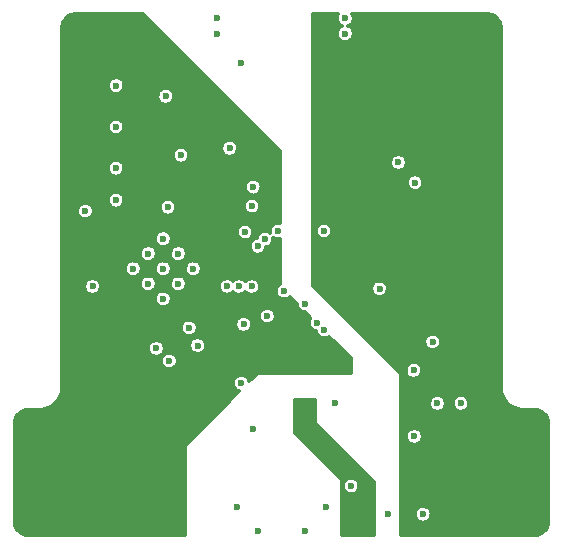
<source format=gbr>
G04 #@! TF.FileFunction,Copper,L3,Inr,Signal*
%FSLAX46Y46*%
G04 Gerber Fmt 4.6, Leading zero omitted, Abs format (unit mm)*
G04 Created by KiCad (PCBNEW 4.0.7-e2-6376~58~ubuntu14.04.1) date Mon Apr  9 12:37:09 2018*
%MOMM*%
%LPD*%
G01*
G04 APERTURE LIST*
%ADD10C,0.100000*%
%ADD11C,0.600000*%
%ADD12C,0.300000*%
G04 APERTURE END LIST*
D10*
D11*
X117824264Y-83750000D03*
X132024264Y-73800000D03*
X128124264Y-73800000D03*
X139724264Y-69700000D03*
X138324264Y-68000000D03*
X122924264Y-57100000D03*
X122924264Y-55800000D03*
X133824264Y-55800000D03*
X133824264Y-57100000D03*
X112424264Y-78500000D03*
X125024264Y-86700000D03*
X126024264Y-90600000D03*
X134324264Y-95400000D03*
X132924264Y-88400000D03*
X141624264Y-88400000D03*
X143624264Y-88400000D03*
X119924264Y-67400000D03*
X114424264Y-71200000D03*
X114424264Y-68500000D03*
X114424264Y-65000000D03*
X114424264Y-61500000D03*
X111824264Y-72100000D03*
X121324264Y-83500000D03*
X125024264Y-59600000D03*
X140424264Y-97800000D03*
X137424264Y-97800000D03*
X125224264Y-81700000D03*
X128624264Y-78900000D03*
X118424264Y-74454416D03*
X124824264Y-78500000D03*
X118424264Y-77000000D03*
X119697056Y-78272792D03*
X120969848Y-77000000D03*
X119697056Y-75727208D03*
X117151472Y-75727208D03*
X115878680Y-77000000D03*
X117151472Y-78272792D03*
X118424264Y-79545584D03*
X130424264Y-89500000D03*
X135224264Y-97400000D03*
X121124264Y-88400000D03*
X123124264Y-84800000D03*
X126924264Y-70100000D03*
X133424264Y-84900000D03*
X117824264Y-70400000D03*
X123674264Y-76400000D03*
X112424264Y-75700000D03*
X119024264Y-83750000D03*
X132924264Y-78800000D03*
X144824264Y-79600000D03*
X142824264Y-69700000D03*
X141824264Y-68000000D03*
X131724264Y-59600000D03*
X139524264Y-97600000D03*
X143624264Y-86800000D03*
X141624264Y-86400000D03*
X123824264Y-78500000D03*
X127224264Y-81000000D03*
X118624264Y-62400000D03*
X124024264Y-66800000D03*
X126030194Y-70096442D03*
X125924264Y-71700000D03*
X139664266Y-91200000D03*
X139624264Y-85600000D03*
X132024264Y-82200000D03*
X127024264Y-74500000D03*
X136724264Y-78700000D03*
X141224264Y-83200000D03*
X125924264Y-78500000D03*
X130424264Y-80000000D03*
X125324264Y-73900000D03*
X118824264Y-71800000D03*
X118924264Y-84800000D03*
X120624264Y-82000000D03*
X131424264Y-81600000D03*
X126424264Y-75100000D03*
X130424264Y-99200000D03*
X126424264Y-99200000D03*
X124624264Y-97200000D03*
X132224264Y-97200000D03*
D12*
G36*
X128274264Y-67062132D02*
X128274264Y-73116165D01*
X128197788Y-73100466D01*
X128060514Y-73099508D01*
X127925669Y-73125231D01*
X127798388Y-73176656D01*
X127683519Y-73251824D01*
X127585438Y-73347872D01*
X127507881Y-73461141D01*
X127453802Y-73587317D01*
X127425261Y-73721594D01*
X127423344Y-73858858D01*
X127437155Y-73934110D01*
X127358812Y-73881267D01*
X127232261Y-73828070D01*
X127097788Y-73800466D01*
X126960514Y-73799508D01*
X126825669Y-73825231D01*
X126698388Y-73876656D01*
X126583519Y-73951824D01*
X126485438Y-74047872D01*
X126407881Y-74161141D01*
X126353802Y-74287317D01*
X126328664Y-74405584D01*
X126225669Y-74425231D01*
X126098388Y-74476656D01*
X125983519Y-74551824D01*
X125885438Y-74647872D01*
X125807881Y-74761141D01*
X125753802Y-74887317D01*
X125725261Y-75021594D01*
X125723344Y-75158858D01*
X125748125Y-75293880D01*
X125798660Y-75421517D01*
X125873024Y-75536907D01*
X125968385Y-75635656D01*
X126081110Y-75714002D01*
X126206905Y-75768961D01*
X126340980Y-75798439D01*
X126478227Y-75801314D01*
X126613419Y-75777476D01*
X126741405Y-75727833D01*
X126857312Y-75654277D01*
X126956724Y-75559608D01*
X127035855Y-75447432D01*
X127091691Y-75322023D01*
X127120822Y-75193803D01*
X127213419Y-75177476D01*
X127341405Y-75127833D01*
X127457312Y-75054277D01*
X127556724Y-74959608D01*
X127635855Y-74847432D01*
X127691691Y-74722023D01*
X127722105Y-74588158D01*
X127724294Y-74431361D01*
X127711242Y-74365442D01*
X127781110Y-74414002D01*
X127906905Y-74468961D01*
X128040980Y-74498439D01*
X128178227Y-74501314D01*
X128274264Y-74484380D01*
X128274264Y-78292442D01*
X128183519Y-78351824D01*
X128085438Y-78447872D01*
X128007881Y-78561141D01*
X127953802Y-78687317D01*
X127925261Y-78821594D01*
X127923344Y-78958858D01*
X127948125Y-79093880D01*
X127998660Y-79221517D01*
X128073024Y-79336907D01*
X128168385Y-79435656D01*
X128281110Y-79514002D01*
X128406905Y-79568961D01*
X128540980Y-79598439D01*
X128678227Y-79601314D01*
X128813419Y-79577476D01*
X128941405Y-79527833D01*
X129057312Y-79454277D01*
X129113194Y-79401062D01*
X129724000Y-80011868D01*
X129723344Y-80058858D01*
X129748125Y-80193880D01*
X129798660Y-80321517D01*
X129873024Y-80436907D01*
X129968385Y-80535656D01*
X130081110Y-80614002D01*
X130206905Y-80668961D01*
X130340980Y-80698439D01*
X130412060Y-80699928D01*
X130875101Y-81162969D01*
X130807881Y-81261141D01*
X130753802Y-81387317D01*
X130725261Y-81521594D01*
X130723344Y-81658858D01*
X130748125Y-81793880D01*
X130798660Y-81921517D01*
X130873024Y-82036907D01*
X130968385Y-82135656D01*
X131081110Y-82214002D01*
X131206905Y-82268961D01*
X131330172Y-82296063D01*
X131348125Y-82393880D01*
X131398660Y-82521517D01*
X131473024Y-82636907D01*
X131568385Y-82735656D01*
X131681110Y-82814002D01*
X131806905Y-82868961D01*
X131940980Y-82898439D01*
X132078227Y-82901314D01*
X132213419Y-82877476D01*
X132341405Y-82827833D01*
X132457312Y-82754277D01*
X132461972Y-82749840D01*
X134274264Y-84562132D01*
X134274264Y-85850000D01*
X126424264Y-85850000D01*
X126382475Y-85855939D01*
X126343995Y-85873284D01*
X126318198Y-85893934D01*
X125700572Y-86511560D01*
X125697630Y-86496699D01*
X125645318Y-86369780D01*
X125569350Y-86255439D01*
X125472620Y-86158031D01*
X125358812Y-86081267D01*
X125232261Y-86028070D01*
X125097788Y-86000466D01*
X124960514Y-85999508D01*
X124825669Y-86025231D01*
X124698388Y-86076656D01*
X124583519Y-86151824D01*
X124485438Y-86247872D01*
X124407881Y-86361141D01*
X124353802Y-86487317D01*
X124325261Y-86621594D01*
X124323344Y-86758858D01*
X124348125Y-86893880D01*
X124398660Y-87021517D01*
X124473024Y-87136907D01*
X124568385Y-87235656D01*
X124681110Y-87314002D01*
X124806905Y-87368961D01*
X124836635Y-87375497D01*
X120318198Y-91893934D01*
X120292848Y-91927683D01*
X120277904Y-91967157D01*
X120274264Y-92000000D01*
X120274264Y-99550000D01*
X106946269Y-99550000D01*
X106720741Y-99527887D01*
X106524960Y-99468777D01*
X106344401Y-99372772D01*
X106185918Y-99243517D01*
X106055563Y-99085944D01*
X105958297Y-98906055D01*
X105897824Y-98710699D01*
X105874264Y-98486536D01*
X105874264Y-90022005D01*
X105896377Y-89796477D01*
X105955487Y-89600694D01*
X106051493Y-89420135D01*
X106180745Y-89261656D01*
X106338320Y-89131299D01*
X106518209Y-89034033D01*
X106713563Y-88973560D01*
X106937728Y-88950000D01*
X107924264Y-88950000D01*
X107924348Y-88949992D01*
X107925854Y-88949997D01*
X107936326Y-88949960D01*
X107955873Y-88947974D01*
X107975520Y-88948111D01*
X107981773Y-88947498D01*
X108272918Y-88916898D01*
X108312928Y-88908685D01*
X108352935Y-88901054D01*
X108358942Y-88899240D01*
X108358949Y-88899239D01*
X108358955Y-88899236D01*
X108638605Y-88812670D01*
X108676194Y-88796869D01*
X108714021Y-88781586D01*
X108719569Y-88778636D01*
X108977085Y-88639397D01*
X109010930Y-88616568D01*
X109045024Y-88594258D01*
X109049894Y-88590287D01*
X109275461Y-88403682D01*
X109304220Y-88374722D01*
X109333340Y-88346206D01*
X109337340Y-88341370D01*
X109337345Y-88341365D01*
X109337349Y-88341360D01*
X109522371Y-88114500D01*
X109544947Y-88080521D01*
X109567984Y-88046876D01*
X109570969Y-88041354D01*
X109570972Y-88041350D01*
X109570974Y-88041346D01*
X109708409Y-87782868D01*
X109723957Y-87745146D01*
X109740019Y-87707673D01*
X109741877Y-87701671D01*
X109826491Y-87421417D01*
X109834418Y-87381383D01*
X109842892Y-87341513D01*
X109843549Y-87335264D01*
X109872116Y-87043912D01*
X109872116Y-87025040D01*
X109874220Y-87006283D01*
X109874264Y-87000000D01*
X109874264Y-84858858D01*
X118223344Y-84858858D01*
X118248125Y-84993880D01*
X118298660Y-85121517D01*
X118373024Y-85236907D01*
X118468385Y-85335656D01*
X118581110Y-85414002D01*
X118706905Y-85468961D01*
X118840980Y-85498439D01*
X118978227Y-85501314D01*
X119113419Y-85477476D01*
X119241405Y-85427833D01*
X119357312Y-85354277D01*
X119456724Y-85259608D01*
X119535855Y-85147432D01*
X119591691Y-85022023D01*
X119622105Y-84888158D01*
X119624294Y-84731361D01*
X119597630Y-84596699D01*
X119545318Y-84469780D01*
X119469350Y-84355439D01*
X119372620Y-84258031D01*
X119258812Y-84181267D01*
X119132261Y-84128070D01*
X118997788Y-84100466D01*
X118860514Y-84099508D01*
X118725669Y-84125231D01*
X118598388Y-84176656D01*
X118483519Y-84251824D01*
X118385438Y-84347872D01*
X118307881Y-84461141D01*
X118253802Y-84587317D01*
X118225261Y-84721594D01*
X118223344Y-84858858D01*
X109874264Y-84858858D01*
X109874264Y-83808858D01*
X117123344Y-83808858D01*
X117148125Y-83943880D01*
X117198660Y-84071517D01*
X117273024Y-84186907D01*
X117368385Y-84285656D01*
X117481110Y-84364002D01*
X117606905Y-84418961D01*
X117740980Y-84448439D01*
X117878227Y-84451314D01*
X118013419Y-84427476D01*
X118141405Y-84377833D01*
X118257312Y-84304277D01*
X118356724Y-84209608D01*
X118435855Y-84097432D01*
X118491691Y-83972023D01*
X118522105Y-83838158D01*
X118524294Y-83681361D01*
X118500038Y-83558858D01*
X120623344Y-83558858D01*
X120648125Y-83693880D01*
X120698660Y-83821517D01*
X120773024Y-83936907D01*
X120868385Y-84035656D01*
X120981110Y-84114002D01*
X121106905Y-84168961D01*
X121240980Y-84198439D01*
X121378227Y-84201314D01*
X121513419Y-84177476D01*
X121641405Y-84127833D01*
X121757312Y-84054277D01*
X121856724Y-83959608D01*
X121935855Y-83847432D01*
X121991691Y-83722023D01*
X122022105Y-83588158D01*
X122024294Y-83431361D01*
X121997630Y-83296699D01*
X121945318Y-83169780D01*
X121869350Y-83055439D01*
X121772620Y-82958031D01*
X121658812Y-82881267D01*
X121532261Y-82828070D01*
X121397788Y-82800466D01*
X121260514Y-82799508D01*
X121125669Y-82825231D01*
X120998388Y-82876656D01*
X120883519Y-82951824D01*
X120785438Y-83047872D01*
X120707881Y-83161141D01*
X120653802Y-83287317D01*
X120625261Y-83421594D01*
X120623344Y-83558858D01*
X118500038Y-83558858D01*
X118497630Y-83546699D01*
X118445318Y-83419780D01*
X118369350Y-83305439D01*
X118272620Y-83208031D01*
X118158812Y-83131267D01*
X118032261Y-83078070D01*
X117897788Y-83050466D01*
X117760514Y-83049508D01*
X117625669Y-83075231D01*
X117498388Y-83126656D01*
X117383519Y-83201824D01*
X117285438Y-83297872D01*
X117207881Y-83411141D01*
X117153802Y-83537317D01*
X117125261Y-83671594D01*
X117123344Y-83808858D01*
X109874264Y-83808858D01*
X109874264Y-82058858D01*
X119923344Y-82058858D01*
X119948125Y-82193880D01*
X119998660Y-82321517D01*
X120073024Y-82436907D01*
X120168385Y-82535656D01*
X120281110Y-82614002D01*
X120406905Y-82668961D01*
X120540980Y-82698439D01*
X120678227Y-82701314D01*
X120813419Y-82677476D01*
X120941405Y-82627833D01*
X121057312Y-82554277D01*
X121156724Y-82459608D01*
X121235855Y-82347432D01*
X121291691Y-82222023D01*
X121322105Y-82088158D01*
X121324294Y-81931361D01*
X121297630Y-81796699D01*
X121282034Y-81758858D01*
X124523344Y-81758858D01*
X124548125Y-81893880D01*
X124598660Y-82021517D01*
X124673024Y-82136907D01*
X124768385Y-82235656D01*
X124881110Y-82314002D01*
X125006905Y-82368961D01*
X125140980Y-82398439D01*
X125278227Y-82401314D01*
X125413419Y-82377476D01*
X125541405Y-82327833D01*
X125657312Y-82254277D01*
X125756724Y-82159608D01*
X125835855Y-82047432D01*
X125891691Y-81922023D01*
X125922105Y-81788158D01*
X125924294Y-81631361D01*
X125897630Y-81496699D01*
X125845318Y-81369780D01*
X125769350Y-81255439D01*
X125672620Y-81158031D01*
X125558812Y-81081267D01*
X125505503Y-81058858D01*
X126523344Y-81058858D01*
X126548125Y-81193880D01*
X126598660Y-81321517D01*
X126673024Y-81436907D01*
X126768385Y-81535656D01*
X126881110Y-81614002D01*
X127006905Y-81668961D01*
X127140980Y-81698439D01*
X127278227Y-81701314D01*
X127413419Y-81677476D01*
X127541405Y-81627833D01*
X127657312Y-81554277D01*
X127756724Y-81459608D01*
X127835855Y-81347432D01*
X127891691Y-81222023D01*
X127922105Y-81088158D01*
X127924294Y-80931361D01*
X127897630Y-80796699D01*
X127845318Y-80669780D01*
X127769350Y-80555439D01*
X127672620Y-80458031D01*
X127558812Y-80381267D01*
X127432261Y-80328070D01*
X127297788Y-80300466D01*
X127160514Y-80299508D01*
X127025669Y-80325231D01*
X126898388Y-80376656D01*
X126783519Y-80451824D01*
X126685438Y-80547872D01*
X126607881Y-80661141D01*
X126553802Y-80787317D01*
X126525261Y-80921594D01*
X126523344Y-81058858D01*
X125505503Y-81058858D01*
X125432261Y-81028070D01*
X125297788Y-81000466D01*
X125160514Y-80999508D01*
X125025669Y-81025231D01*
X124898388Y-81076656D01*
X124783519Y-81151824D01*
X124685438Y-81247872D01*
X124607881Y-81361141D01*
X124553802Y-81487317D01*
X124525261Y-81621594D01*
X124523344Y-81758858D01*
X121282034Y-81758858D01*
X121245318Y-81669780D01*
X121169350Y-81555439D01*
X121072620Y-81458031D01*
X120958812Y-81381267D01*
X120832261Y-81328070D01*
X120697788Y-81300466D01*
X120560514Y-81299508D01*
X120425669Y-81325231D01*
X120298388Y-81376656D01*
X120183519Y-81451824D01*
X120085438Y-81547872D01*
X120007881Y-81661141D01*
X119953802Y-81787317D01*
X119925261Y-81921594D01*
X119923344Y-82058858D01*
X109874264Y-82058858D01*
X109874264Y-79604442D01*
X117723344Y-79604442D01*
X117748125Y-79739464D01*
X117798660Y-79867101D01*
X117873024Y-79982491D01*
X117968385Y-80081240D01*
X118081110Y-80159586D01*
X118206905Y-80214545D01*
X118340980Y-80244023D01*
X118478227Y-80246898D01*
X118613419Y-80223060D01*
X118741405Y-80173417D01*
X118857312Y-80099861D01*
X118956724Y-80005192D01*
X119035855Y-79893016D01*
X119091691Y-79767607D01*
X119122105Y-79633742D01*
X119124294Y-79476945D01*
X119097630Y-79342283D01*
X119045318Y-79215364D01*
X118969350Y-79101023D01*
X118872620Y-79003615D01*
X118758812Y-78926851D01*
X118632261Y-78873654D01*
X118497788Y-78846050D01*
X118360514Y-78845092D01*
X118225669Y-78870815D01*
X118098388Y-78922240D01*
X117983519Y-78997408D01*
X117885438Y-79093456D01*
X117807881Y-79206725D01*
X117753802Y-79332901D01*
X117725261Y-79467178D01*
X117723344Y-79604442D01*
X109874264Y-79604442D01*
X109874264Y-78558858D01*
X111723344Y-78558858D01*
X111748125Y-78693880D01*
X111798660Y-78821517D01*
X111873024Y-78936907D01*
X111968385Y-79035656D01*
X112081110Y-79114002D01*
X112206905Y-79168961D01*
X112340980Y-79198439D01*
X112478227Y-79201314D01*
X112613419Y-79177476D01*
X112741405Y-79127833D01*
X112857312Y-79054277D01*
X112956724Y-78959608D01*
X113035855Y-78847432D01*
X113091691Y-78722023D01*
X113122105Y-78588158D01*
X113124294Y-78431361D01*
X113104551Y-78331650D01*
X116450552Y-78331650D01*
X116475333Y-78466672D01*
X116525868Y-78594309D01*
X116600232Y-78709699D01*
X116695593Y-78808448D01*
X116808318Y-78886794D01*
X116934113Y-78941753D01*
X117068188Y-78971231D01*
X117205435Y-78974106D01*
X117340627Y-78950268D01*
X117468613Y-78900625D01*
X117584520Y-78827069D01*
X117683932Y-78732400D01*
X117763063Y-78620224D01*
X117818899Y-78494815D01*
X117849313Y-78360950D01*
X117849722Y-78331650D01*
X118996136Y-78331650D01*
X119020917Y-78466672D01*
X119071452Y-78594309D01*
X119145816Y-78709699D01*
X119241177Y-78808448D01*
X119353902Y-78886794D01*
X119479697Y-78941753D01*
X119613772Y-78971231D01*
X119751019Y-78974106D01*
X119886211Y-78950268D01*
X120014197Y-78900625D01*
X120130104Y-78827069D01*
X120229516Y-78732400D01*
X120308647Y-78620224D01*
X120335969Y-78558858D01*
X123123344Y-78558858D01*
X123148125Y-78693880D01*
X123198660Y-78821517D01*
X123273024Y-78936907D01*
X123368385Y-79035656D01*
X123481110Y-79114002D01*
X123606905Y-79168961D01*
X123740980Y-79198439D01*
X123878227Y-79201314D01*
X124013419Y-79177476D01*
X124141405Y-79127833D01*
X124257312Y-79054277D01*
X124324542Y-78990255D01*
X124368385Y-79035656D01*
X124481110Y-79114002D01*
X124606905Y-79168961D01*
X124740980Y-79198439D01*
X124878227Y-79201314D01*
X125013419Y-79177476D01*
X125141405Y-79127833D01*
X125257312Y-79054277D01*
X125356724Y-78959608D01*
X125372887Y-78936695D01*
X125373024Y-78936907D01*
X125468385Y-79035656D01*
X125581110Y-79114002D01*
X125706905Y-79168961D01*
X125840980Y-79198439D01*
X125978227Y-79201314D01*
X126113419Y-79177476D01*
X126241405Y-79127833D01*
X126357312Y-79054277D01*
X126456724Y-78959608D01*
X126535855Y-78847432D01*
X126591691Y-78722023D01*
X126622105Y-78588158D01*
X126624294Y-78431361D01*
X126597630Y-78296699D01*
X126545318Y-78169780D01*
X126469350Y-78055439D01*
X126372620Y-77958031D01*
X126258812Y-77881267D01*
X126132261Y-77828070D01*
X125997788Y-77800466D01*
X125860514Y-77799508D01*
X125725669Y-77825231D01*
X125598388Y-77876656D01*
X125483519Y-77951824D01*
X125385438Y-78047872D01*
X125374721Y-78063523D01*
X125369350Y-78055439D01*
X125272620Y-77958031D01*
X125158812Y-77881267D01*
X125032261Y-77828070D01*
X124897788Y-77800466D01*
X124760514Y-77799508D01*
X124625669Y-77825231D01*
X124498388Y-77876656D01*
X124383519Y-77951824D01*
X124324170Y-78009943D01*
X124272620Y-77958031D01*
X124158812Y-77881267D01*
X124032261Y-77828070D01*
X123897788Y-77800466D01*
X123760514Y-77799508D01*
X123625669Y-77825231D01*
X123498388Y-77876656D01*
X123383519Y-77951824D01*
X123285438Y-78047872D01*
X123207881Y-78161141D01*
X123153802Y-78287317D01*
X123125261Y-78421594D01*
X123123344Y-78558858D01*
X120335969Y-78558858D01*
X120364483Y-78494815D01*
X120394897Y-78360950D01*
X120397086Y-78204153D01*
X120370422Y-78069491D01*
X120318110Y-77942572D01*
X120242142Y-77828231D01*
X120145412Y-77730823D01*
X120031604Y-77654059D01*
X119905053Y-77600862D01*
X119770580Y-77573258D01*
X119633306Y-77572300D01*
X119498461Y-77598023D01*
X119371180Y-77649448D01*
X119256311Y-77724616D01*
X119158230Y-77820664D01*
X119080673Y-77933933D01*
X119026594Y-78060109D01*
X118998053Y-78194386D01*
X118996136Y-78331650D01*
X117849722Y-78331650D01*
X117851502Y-78204153D01*
X117824838Y-78069491D01*
X117772526Y-77942572D01*
X117696558Y-77828231D01*
X117599828Y-77730823D01*
X117486020Y-77654059D01*
X117359469Y-77600862D01*
X117224996Y-77573258D01*
X117087722Y-77572300D01*
X116952877Y-77598023D01*
X116825596Y-77649448D01*
X116710727Y-77724616D01*
X116612646Y-77820664D01*
X116535089Y-77933933D01*
X116481010Y-78060109D01*
X116452469Y-78194386D01*
X116450552Y-78331650D01*
X113104551Y-78331650D01*
X113097630Y-78296699D01*
X113045318Y-78169780D01*
X112969350Y-78055439D01*
X112872620Y-77958031D01*
X112758812Y-77881267D01*
X112632261Y-77828070D01*
X112497788Y-77800466D01*
X112360514Y-77799508D01*
X112225669Y-77825231D01*
X112098388Y-77876656D01*
X111983519Y-77951824D01*
X111885438Y-78047872D01*
X111807881Y-78161141D01*
X111753802Y-78287317D01*
X111725261Y-78421594D01*
X111723344Y-78558858D01*
X109874264Y-78558858D01*
X109874264Y-77058858D01*
X115177760Y-77058858D01*
X115202541Y-77193880D01*
X115253076Y-77321517D01*
X115327440Y-77436907D01*
X115422801Y-77535656D01*
X115535526Y-77614002D01*
X115661321Y-77668961D01*
X115795396Y-77698439D01*
X115932643Y-77701314D01*
X116067835Y-77677476D01*
X116195821Y-77627833D01*
X116311728Y-77554277D01*
X116411140Y-77459608D01*
X116490271Y-77347432D01*
X116546107Y-77222023D01*
X116576521Y-77088158D01*
X116576930Y-77058858D01*
X117723344Y-77058858D01*
X117748125Y-77193880D01*
X117798660Y-77321517D01*
X117873024Y-77436907D01*
X117968385Y-77535656D01*
X118081110Y-77614002D01*
X118206905Y-77668961D01*
X118340980Y-77698439D01*
X118478227Y-77701314D01*
X118613419Y-77677476D01*
X118741405Y-77627833D01*
X118857312Y-77554277D01*
X118956724Y-77459608D01*
X119035855Y-77347432D01*
X119091691Y-77222023D01*
X119122105Y-77088158D01*
X119122514Y-77058858D01*
X120268928Y-77058858D01*
X120293709Y-77193880D01*
X120344244Y-77321517D01*
X120418608Y-77436907D01*
X120513969Y-77535656D01*
X120626694Y-77614002D01*
X120752489Y-77668961D01*
X120886564Y-77698439D01*
X121023811Y-77701314D01*
X121159003Y-77677476D01*
X121286989Y-77627833D01*
X121402896Y-77554277D01*
X121502308Y-77459608D01*
X121581439Y-77347432D01*
X121637275Y-77222023D01*
X121667689Y-77088158D01*
X121669878Y-76931361D01*
X121643214Y-76796699D01*
X121590902Y-76669780D01*
X121514934Y-76555439D01*
X121418204Y-76458031D01*
X121304396Y-76381267D01*
X121177845Y-76328070D01*
X121043372Y-76300466D01*
X120906098Y-76299508D01*
X120771253Y-76325231D01*
X120643972Y-76376656D01*
X120529103Y-76451824D01*
X120431022Y-76547872D01*
X120353465Y-76661141D01*
X120299386Y-76787317D01*
X120270845Y-76921594D01*
X120268928Y-77058858D01*
X119122514Y-77058858D01*
X119124294Y-76931361D01*
X119097630Y-76796699D01*
X119045318Y-76669780D01*
X118969350Y-76555439D01*
X118872620Y-76458031D01*
X118758812Y-76381267D01*
X118632261Y-76328070D01*
X118497788Y-76300466D01*
X118360514Y-76299508D01*
X118225669Y-76325231D01*
X118098388Y-76376656D01*
X117983519Y-76451824D01*
X117885438Y-76547872D01*
X117807881Y-76661141D01*
X117753802Y-76787317D01*
X117725261Y-76921594D01*
X117723344Y-77058858D01*
X116576930Y-77058858D01*
X116578710Y-76931361D01*
X116552046Y-76796699D01*
X116499734Y-76669780D01*
X116423766Y-76555439D01*
X116327036Y-76458031D01*
X116213228Y-76381267D01*
X116086677Y-76328070D01*
X115952204Y-76300466D01*
X115814930Y-76299508D01*
X115680085Y-76325231D01*
X115552804Y-76376656D01*
X115437935Y-76451824D01*
X115339854Y-76547872D01*
X115262297Y-76661141D01*
X115208218Y-76787317D01*
X115179677Y-76921594D01*
X115177760Y-77058858D01*
X109874264Y-77058858D01*
X109874264Y-75786066D01*
X116450552Y-75786066D01*
X116475333Y-75921088D01*
X116525868Y-76048725D01*
X116600232Y-76164115D01*
X116695593Y-76262864D01*
X116808318Y-76341210D01*
X116934113Y-76396169D01*
X117068188Y-76425647D01*
X117205435Y-76428522D01*
X117340627Y-76404684D01*
X117468613Y-76355041D01*
X117584520Y-76281485D01*
X117683932Y-76186816D01*
X117763063Y-76074640D01*
X117818899Y-75949231D01*
X117849313Y-75815366D01*
X117849722Y-75786066D01*
X118996136Y-75786066D01*
X119020917Y-75921088D01*
X119071452Y-76048725D01*
X119145816Y-76164115D01*
X119241177Y-76262864D01*
X119353902Y-76341210D01*
X119479697Y-76396169D01*
X119613772Y-76425647D01*
X119751019Y-76428522D01*
X119886211Y-76404684D01*
X120014197Y-76355041D01*
X120130104Y-76281485D01*
X120229516Y-76186816D01*
X120308647Y-76074640D01*
X120364483Y-75949231D01*
X120394897Y-75815366D01*
X120397086Y-75658569D01*
X120370422Y-75523907D01*
X120318110Y-75396988D01*
X120242142Y-75282647D01*
X120145412Y-75185239D01*
X120031604Y-75108475D01*
X119905053Y-75055278D01*
X119770580Y-75027674D01*
X119633306Y-75026716D01*
X119498461Y-75052439D01*
X119371180Y-75103864D01*
X119256311Y-75179032D01*
X119158230Y-75275080D01*
X119080673Y-75388349D01*
X119026594Y-75514525D01*
X118998053Y-75648802D01*
X118996136Y-75786066D01*
X117849722Y-75786066D01*
X117851502Y-75658569D01*
X117824838Y-75523907D01*
X117772526Y-75396988D01*
X117696558Y-75282647D01*
X117599828Y-75185239D01*
X117486020Y-75108475D01*
X117359469Y-75055278D01*
X117224996Y-75027674D01*
X117087722Y-75026716D01*
X116952877Y-75052439D01*
X116825596Y-75103864D01*
X116710727Y-75179032D01*
X116612646Y-75275080D01*
X116535089Y-75388349D01*
X116481010Y-75514525D01*
X116452469Y-75648802D01*
X116450552Y-75786066D01*
X109874264Y-75786066D01*
X109874264Y-74513274D01*
X117723344Y-74513274D01*
X117748125Y-74648296D01*
X117798660Y-74775933D01*
X117873024Y-74891323D01*
X117968385Y-74990072D01*
X118081110Y-75068418D01*
X118206905Y-75123377D01*
X118340980Y-75152855D01*
X118478227Y-75155730D01*
X118613419Y-75131892D01*
X118741405Y-75082249D01*
X118857312Y-75008693D01*
X118956724Y-74914024D01*
X119035855Y-74801848D01*
X119091691Y-74676439D01*
X119122105Y-74542574D01*
X119124294Y-74385777D01*
X119097630Y-74251115D01*
X119045318Y-74124196D01*
X118969350Y-74009855D01*
X118918708Y-73958858D01*
X124623344Y-73958858D01*
X124648125Y-74093880D01*
X124698660Y-74221517D01*
X124773024Y-74336907D01*
X124868385Y-74435656D01*
X124981110Y-74514002D01*
X125106905Y-74568961D01*
X125240980Y-74598439D01*
X125378227Y-74601314D01*
X125513419Y-74577476D01*
X125641405Y-74527833D01*
X125757312Y-74454277D01*
X125856724Y-74359608D01*
X125935855Y-74247432D01*
X125991691Y-74122023D01*
X126022105Y-73988158D01*
X126024294Y-73831361D01*
X125997630Y-73696699D01*
X125945318Y-73569780D01*
X125869350Y-73455439D01*
X125772620Y-73358031D01*
X125658812Y-73281267D01*
X125532261Y-73228070D01*
X125397788Y-73200466D01*
X125260514Y-73199508D01*
X125125669Y-73225231D01*
X124998388Y-73276656D01*
X124883519Y-73351824D01*
X124785438Y-73447872D01*
X124707881Y-73561141D01*
X124653802Y-73687317D01*
X124625261Y-73821594D01*
X124623344Y-73958858D01*
X118918708Y-73958858D01*
X118872620Y-73912447D01*
X118758812Y-73835683D01*
X118632261Y-73782486D01*
X118497788Y-73754882D01*
X118360514Y-73753924D01*
X118225669Y-73779647D01*
X118098388Y-73831072D01*
X117983519Y-73906240D01*
X117885438Y-74002288D01*
X117807881Y-74115557D01*
X117753802Y-74241733D01*
X117725261Y-74376010D01*
X117723344Y-74513274D01*
X109874264Y-74513274D01*
X109874264Y-72158858D01*
X111123344Y-72158858D01*
X111148125Y-72293880D01*
X111198660Y-72421517D01*
X111273024Y-72536907D01*
X111368385Y-72635656D01*
X111481110Y-72714002D01*
X111606905Y-72768961D01*
X111740980Y-72798439D01*
X111878227Y-72801314D01*
X112013419Y-72777476D01*
X112141405Y-72727833D01*
X112257312Y-72654277D01*
X112356724Y-72559608D01*
X112435855Y-72447432D01*
X112491691Y-72322023D01*
X112522105Y-72188158D01*
X112524294Y-72031361D01*
X112497630Y-71896699D01*
X112445318Y-71769780D01*
X112369350Y-71655439D01*
X112272620Y-71558031D01*
X112158812Y-71481267D01*
X112032261Y-71428070D01*
X111897788Y-71400466D01*
X111760514Y-71399508D01*
X111625669Y-71425231D01*
X111498388Y-71476656D01*
X111383519Y-71551824D01*
X111285438Y-71647872D01*
X111207881Y-71761141D01*
X111153802Y-71887317D01*
X111125261Y-72021594D01*
X111123344Y-72158858D01*
X109874264Y-72158858D01*
X109874264Y-71258858D01*
X113723344Y-71258858D01*
X113748125Y-71393880D01*
X113798660Y-71521517D01*
X113873024Y-71636907D01*
X113968385Y-71735656D01*
X114081110Y-71814002D01*
X114206905Y-71868961D01*
X114340980Y-71898439D01*
X114478227Y-71901314D01*
X114613419Y-71877476D01*
X114661418Y-71858858D01*
X118123344Y-71858858D01*
X118148125Y-71993880D01*
X118198660Y-72121517D01*
X118273024Y-72236907D01*
X118368385Y-72335656D01*
X118481110Y-72414002D01*
X118606905Y-72468961D01*
X118740980Y-72498439D01*
X118878227Y-72501314D01*
X119013419Y-72477476D01*
X119141405Y-72427833D01*
X119257312Y-72354277D01*
X119356724Y-72259608D01*
X119435855Y-72147432D01*
X119491691Y-72022023D01*
X119522105Y-71888158D01*
X119523910Y-71758858D01*
X125223344Y-71758858D01*
X125248125Y-71893880D01*
X125298660Y-72021517D01*
X125373024Y-72136907D01*
X125468385Y-72235656D01*
X125581110Y-72314002D01*
X125706905Y-72368961D01*
X125840980Y-72398439D01*
X125978227Y-72401314D01*
X126113419Y-72377476D01*
X126241405Y-72327833D01*
X126357312Y-72254277D01*
X126456724Y-72159608D01*
X126535855Y-72047432D01*
X126591691Y-71922023D01*
X126622105Y-71788158D01*
X126624294Y-71631361D01*
X126597630Y-71496699D01*
X126545318Y-71369780D01*
X126469350Y-71255439D01*
X126372620Y-71158031D01*
X126258812Y-71081267D01*
X126132261Y-71028070D01*
X125997788Y-71000466D01*
X125860514Y-70999508D01*
X125725669Y-71025231D01*
X125598388Y-71076656D01*
X125483519Y-71151824D01*
X125385438Y-71247872D01*
X125307881Y-71361141D01*
X125253802Y-71487317D01*
X125225261Y-71621594D01*
X125223344Y-71758858D01*
X119523910Y-71758858D01*
X119524294Y-71731361D01*
X119497630Y-71596699D01*
X119445318Y-71469780D01*
X119369350Y-71355439D01*
X119272620Y-71258031D01*
X119158812Y-71181267D01*
X119032261Y-71128070D01*
X118897788Y-71100466D01*
X118760514Y-71099508D01*
X118625669Y-71125231D01*
X118498388Y-71176656D01*
X118383519Y-71251824D01*
X118285438Y-71347872D01*
X118207881Y-71461141D01*
X118153802Y-71587317D01*
X118125261Y-71721594D01*
X118123344Y-71858858D01*
X114661418Y-71858858D01*
X114741405Y-71827833D01*
X114857312Y-71754277D01*
X114956724Y-71659608D01*
X115035855Y-71547432D01*
X115091691Y-71422023D01*
X115122105Y-71288158D01*
X115124294Y-71131361D01*
X115097630Y-70996699D01*
X115045318Y-70869780D01*
X114969350Y-70755439D01*
X114872620Y-70658031D01*
X114758812Y-70581267D01*
X114632261Y-70528070D01*
X114497788Y-70500466D01*
X114360514Y-70499508D01*
X114225669Y-70525231D01*
X114098388Y-70576656D01*
X113983519Y-70651824D01*
X113885438Y-70747872D01*
X113807881Y-70861141D01*
X113753802Y-70987317D01*
X113725261Y-71121594D01*
X113723344Y-71258858D01*
X109874264Y-71258858D01*
X109874264Y-70155300D01*
X125329274Y-70155300D01*
X125354055Y-70290322D01*
X125404590Y-70417959D01*
X125478954Y-70533349D01*
X125574315Y-70632098D01*
X125687040Y-70710444D01*
X125812835Y-70765403D01*
X125946910Y-70794881D01*
X126084157Y-70797756D01*
X126219349Y-70773918D01*
X126347335Y-70724275D01*
X126463242Y-70650719D01*
X126562654Y-70556050D01*
X126641785Y-70443874D01*
X126697621Y-70318465D01*
X126728035Y-70184600D01*
X126730224Y-70027803D01*
X126703560Y-69893141D01*
X126651248Y-69766222D01*
X126575280Y-69651881D01*
X126478550Y-69554473D01*
X126364742Y-69477709D01*
X126238191Y-69424512D01*
X126103718Y-69396908D01*
X125966444Y-69395950D01*
X125831599Y-69421673D01*
X125704318Y-69473098D01*
X125589449Y-69548266D01*
X125491368Y-69644314D01*
X125413811Y-69757583D01*
X125359732Y-69883759D01*
X125331191Y-70018036D01*
X125329274Y-70155300D01*
X109874264Y-70155300D01*
X109874264Y-68558858D01*
X113723344Y-68558858D01*
X113748125Y-68693880D01*
X113798660Y-68821517D01*
X113873024Y-68936907D01*
X113968385Y-69035656D01*
X114081110Y-69114002D01*
X114206905Y-69168961D01*
X114340980Y-69198439D01*
X114478227Y-69201314D01*
X114613419Y-69177476D01*
X114741405Y-69127833D01*
X114857312Y-69054277D01*
X114956724Y-68959608D01*
X115035855Y-68847432D01*
X115091691Y-68722023D01*
X115122105Y-68588158D01*
X115124294Y-68431361D01*
X115097630Y-68296699D01*
X115045318Y-68169780D01*
X114969350Y-68055439D01*
X114872620Y-67958031D01*
X114758812Y-67881267D01*
X114632261Y-67828070D01*
X114497788Y-67800466D01*
X114360514Y-67799508D01*
X114225669Y-67825231D01*
X114098388Y-67876656D01*
X113983519Y-67951824D01*
X113885438Y-68047872D01*
X113807881Y-68161141D01*
X113753802Y-68287317D01*
X113725261Y-68421594D01*
X113723344Y-68558858D01*
X109874264Y-68558858D01*
X109874264Y-67458858D01*
X119223344Y-67458858D01*
X119248125Y-67593880D01*
X119298660Y-67721517D01*
X119373024Y-67836907D01*
X119468385Y-67935656D01*
X119581110Y-68014002D01*
X119706905Y-68068961D01*
X119840980Y-68098439D01*
X119978227Y-68101314D01*
X120113419Y-68077476D01*
X120241405Y-68027833D01*
X120357312Y-67954277D01*
X120456724Y-67859608D01*
X120535855Y-67747432D01*
X120591691Y-67622023D01*
X120622105Y-67488158D01*
X120624294Y-67331361D01*
X120597630Y-67196699D01*
X120545318Y-67069780D01*
X120469350Y-66955439D01*
X120373442Y-66858858D01*
X123323344Y-66858858D01*
X123348125Y-66993880D01*
X123398660Y-67121517D01*
X123473024Y-67236907D01*
X123568385Y-67335656D01*
X123681110Y-67414002D01*
X123806905Y-67468961D01*
X123940980Y-67498439D01*
X124078227Y-67501314D01*
X124213419Y-67477476D01*
X124341405Y-67427833D01*
X124457312Y-67354277D01*
X124556724Y-67259608D01*
X124635855Y-67147432D01*
X124691691Y-67022023D01*
X124722105Y-66888158D01*
X124724294Y-66731361D01*
X124697630Y-66596699D01*
X124645318Y-66469780D01*
X124569350Y-66355439D01*
X124472620Y-66258031D01*
X124358812Y-66181267D01*
X124232261Y-66128070D01*
X124097788Y-66100466D01*
X123960514Y-66099508D01*
X123825669Y-66125231D01*
X123698388Y-66176656D01*
X123583519Y-66251824D01*
X123485438Y-66347872D01*
X123407881Y-66461141D01*
X123353802Y-66587317D01*
X123325261Y-66721594D01*
X123323344Y-66858858D01*
X120373442Y-66858858D01*
X120372620Y-66858031D01*
X120258812Y-66781267D01*
X120132261Y-66728070D01*
X119997788Y-66700466D01*
X119860514Y-66699508D01*
X119725669Y-66725231D01*
X119598388Y-66776656D01*
X119483519Y-66851824D01*
X119385438Y-66947872D01*
X119307881Y-67061141D01*
X119253802Y-67187317D01*
X119225261Y-67321594D01*
X119223344Y-67458858D01*
X109874264Y-67458858D01*
X109874264Y-65058858D01*
X113723344Y-65058858D01*
X113748125Y-65193880D01*
X113798660Y-65321517D01*
X113873024Y-65436907D01*
X113968385Y-65535656D01*
X114081110Y-65614002D01*
X114206905Y-65668961D01*
X114340980Y-65698439D01*
X114478227Y-65701314D01*
X114613419Y-65677476D01*
X114741405Y-65627833D01*
X114857312Y-65554277D01*
X114956724Y-65459608D01*
X115035855Y-65347432D01*
X115091691Y-65222023D01*
X115122105Y-65088158D01*
X115124294Y-64931361D01*
X115097630Y-64796699D01*
X115045318Y-64669780D01*
X114969350Y-64555439D01*
X114872620Y-64458031D01*
X114758812Y-64381267D01*
X114632261Y-64328070D01*
X114497788Y-64300466D01*
X114360514Y-64299508D01*
X114225669Y-64325231D01*
X114098388Y-64376656D01*
X113983519Y-64451824D01*
X113885438Y-64547872D01*
X113807881Y-64661141D01*
X113753802Y-64787317D01*
X113725261Y-64921594D01*
X113723344Y-65058858D01*
X109874264Y-65058858D01*
X109874264Y-62458858D01*
X117923344Y-62458858D01*
X117948125Y-62593880D01*
X117998660Y-62721517D01*
X118073024Y-62836907D01*
X118168385Y-62935656D01*
X118281110Y-63014002D01*
X118406905Y-63068961D01*
X118540980Y-63098439D01*
X118678227Y-63101314D01*
X118813419Y-63077476D01*
X118941405Y-63027833D01*
X119057312Y-62954277D01*
X119156724Y-62859608D01*
X119235855Y-62747432D01*
X119291691Y-62622023D01*
X119322105Y-62488158D01*
X119324294Y-62331361D01*
X119297630Y-62196699D01*
X119245318Y-62069780D01*
X119169350Y-61955439D01*
X119072620Y-61858031D01*
X118958812Y-61781267D01*
X118832261Y-61728070D01*
X118697788Y-61700466D01*
X118560514Y-61699508D01*
X118425669Y-61725231D01*
X118298388Y-61776656D01*
X118183519Y-61851824D01*
X118085438Y-61947872D01*
X118007881Y-62061141D01*
X117953802Y-62187317D01*
X117925261Y-62321594D01*
X117923344Y-62458858D01*
X109874264Y-62458858D01*
X109874264Y-61558858D01*
X113723344Y-61558858D01*
X113748125Y-61693880D01*
X113798660Y-61821517D01*
X113873024Y-61936907D01*
X113968385Y-62035656D01*
X114081110Y-62114002D01*
X114206905Y-62168961D01*
X114340980Y-62198439D01*
X114478227Y-62201314D01*
X114613419Y-62177476D01*
X114741405Y-62127833D01*
X114857312Y-62054277D01*
X114956724Y-61959608D01*
X115035855Y-61847432D01*
X115091691Y-61722023D01*
X115122105Y-61588158D01*
X115124294Y-61431361D01*
X115097630Y-61296699D01*
X115045318Y-61169780D01*
X114969350Y-61055439D01*
X114872620Y-60958031D01*
X114758812Y-60881267D01*
X114632261Y-60828070D01*
X114497788Y-60800466D01*
X114360514Y-60799508D01*
X114225669Y-60825231D01*
X114098388Y-60876656D01*
X113983519Y-60951824D01*
X113885438Y-61047872D01*
X113807881Y-61161141D01*
X113753802Y-61287317D01*
X113725261Y-61421594D01*
X113723344Y-61558858D01*
X109874264Y-61558858D01*
X109874264Y-56522005D01*
X109896377Y-56296477D01*
X109955487Y-56100694D01*
X110051493Y-55920135D01*
X110180745Y-55761656D01*
X110338320Y-55631299D01*
X110518209Y-55534033D01*
X110713563Y-55473560D01*
X110937728Y-55450000D01*
X116662132Y-55450000D01*
X128274264Y-67062132D01*
X128274264Y-67062132D01*
G37*
X128274264Y-67062132D02*
X128274264Y-73116165D01*
X128197788Y-73100466D01*
X128060514Y-73099508D01*
X127925669Y-73125231D01*
X127798388Y-73176656D01*
X127683519Y-73251824D01*
X127585438Y-73347872D01*
X127507881Y-73461141D01*
X127453802Y-73587317D01*
X127425261Y-73721594D01*
X127423344Y-73858858D01*
X127437155Y-73934110D01*
X127358812Y-73881267D01*
X127232261Y-73828070D01*
X127097788Y-73800466D01*
X126960514Y-73799508D01*
X126825669Y-73825231D01*
X126698388Y-73876656D01*
X126583519Y-73951824D01*
X126485438Y-74047872D01*
X126407881Y-74161141D01*
X126353802Y-74287317D01*
X126328664Y-74405584D01*
X126225669Y-74425231D01*
X126098388Y-74476656D01*
X125983519Y-74551824D01*
X125885438Y-74647872D01*
X125807881Y-74761141D01*
X125753802Y-74887317D01*
X125725261Y-75021594D01*
X125723344Y-75158858D01*
X125748125Y-75293880D01*
X125798660Y-75421517D01*
X125873024Y-75536907D01*
X125968385Y-75635656D01*
X126081110Y-75714002D01*
X126206905Y-75768961D01*
X126340980Y-75798439D01*
X126478227Y-75801314D01*
X126613419Y-75777476D01*
X126741405Y-75727833D01*
X126857312Y-75654277D01*
X126956724Y-75559608D01*
X127035855Y-75447432D01*
X127091691Y-75322023D01*
X127120822Y-75193803D01*
X127213419Y-75177476D01*
X127341405Y-75127833D01*
X127457312Y-75054277D01*
X127556724Y-74959608D01*
X127635855Y-74847432D01*
X127691691Y-74722023D01*
X127722105Y-74588158D01*
X127724294Y-74431361D01*
X127711242Y-74365442D01*
X127781110Y-74414002D01*
X127906905Y-74468961D01*
X128040980Y-74498439D01*
X128178227Y-74501314D01*
X128274264Y-74484380D01*
X128274264Y-78292442D01*
X128183519Y-78351824D01*
X128085438Y-78447872D01*
X128007881Y-78561141D01*
X127953802Y-78687317D01*
X127925261Y-78821594D01*
X127923344Y-78958858D01*
X127948125Y-79093880D01*
X127998660Y-79221517D01*
X128073024Y-79336907D01*
X128168385Y-79435656D01*
X128281110Y-79514002D01*
X128406905Y-79568961D01*
X128540980Y-79598439D01*
X128678227Y-79601314D01*
X128813419Y-79577476D01*
X128941405Y-79527833D01*
X129057312Y-79454277D01*
X129113194Y-79401062D01*
X129724000Y-80011868D01*
X129723344Y-80058858D01*
X129748125Y-80193880D01*
X129798660Y-80321517D01*
X129873024Y-80436907D01*
X129968385Y-80535656D01*
X130081110Y-80614002D01*
X130206905Y-80668961D01*
X130340980Y-80698439D01*
X130412060Y-80699928D01*
X130875101Y-81162969D01*
X130807881Y-81261141D01*
X130753802Y-81387317D01*
X130725261Y-81521594D01*
X130723344Y-81658858D01*
X130748125Y-81793880D01*
X130798660Y-81921517D01*
X130873024Y-82036907D01*
X130968385Y-82135656D01*
X131081110Y-82214002D01*
X131206905Y-82268961D01*
X131330172Y-82296063D01*
X131348125Y-82393880D01*
X131398660Y-82521517D01*
X131473024Y-82636907D01*
X131568385Y-82735656D01*
X131681110Y-82814002D01*
X131806905Y-82868961D01*
X131940980Y-82898439D01*
X132078227Y-82901314D01*
X132213419Y-82877476D01*
X132341405Y-82827833D01*
X132457312Y-82754277D01*
X132461972Y-82749840D01*
X134274264Y-84562132D01*
X134274264Y-85850000D01*
X126424264Y-85850000D01*
X126382475Y-85855939D01*
X126343995Y-85873284D01*
X126318198Y-85893934D01*
X125700572Y-86511560D01*
X125697630Y-86496699D01*
X125645318Y-86369780D01*
X125569350Y-86255439D01*
X125472620Y-86158031D01*
X125358812Y-86081267D01*
X125232261Y-86028070D01*
X125097788Y-86000466D01*
X124960514Y-85999508D01*
X124825669Y-86025231D01*
X124698388Y-86076656D01*
X124583519Y-86151824D01*
X124485438Y-86247872D01*
X124407881Y-86361141D01*
X124353802Y-86487317D01*
X124325261Y-86621594D01*
X124323344Y-86758858D01*
X124348125Y-86893880D01*
X124398660Y-87021517D01*
X124473024Y-87136907D01*
X124568385Y-87235656D01*
X124681110Y-87314002D01*
X124806905Y-87368961D01*
X124836635Y-87375497D01*
X120318198Y-91893934D01*
X120292848Y-91927683D01*
X120277904Y-91967157D01*
X120274264Y-92000000D01*
X120274264Y-99550000D01*
X106946269Y-99550000D01*
X106720741Y-99527887D01*
X106524960Y-99468777D01*
X106344401Y-99372772D01*
X106185918Y-99243517D01*
X106055563Y-99085944D01*
X105958297Y-98906055D01*
X105897824Y-98710699D01*
X105874264Y-98486536D01*
X105874264Y-90022005D01*
X105896377Y-89796477D01*
X105955487Y-89600694D01*
X106051493Y-89420135D01*
X106180745Y-89261656D01*
X106338320Y-89131299D01*
X106518209Y-89034033D01*
X106713563Y-88973560D01*
X106937728Y-88950000D01*
X107924264Y-88950000D01*
X107924348Y-88949992D01*
X107925854Y-88949997D01*
X107936326Y-88949960D01*
X107955873Y-88947974D01*
X107975520Y-88948111D01*
X107981773Y-88947498D01*
X108272918Y-88916898D01*
X108312928Y-88908685D01*
X108352935Y-88901054D01*
X108358942Y-88899240D01*
X108358949Y-88899239D01*
X108358955Y-88899236D01*
X108638605Y-88812670D01*
X108676194Y-88796869D01*
X108714021Y-88781586D01*
X108719569Y-88778636D01*
X108977085Y-88639397D01*
X109010930Y-88616568D01*
X109045024Y-88594258D01*
X109049894Y-88590287D01*
X109275461Y-88403682D01*
X109304220Y-88374722D01*
X109333340Y-88346206D01*
X109337340Y-88341370D01*
X109337345Y-88341365D01*
X109337349Y-88341360D01*
X109522371Y-88114500D01*
X109544947Y-88080521D01*
X109567984Y-88046876D01*
X109570969Y-88041354D01*
X109570972Y-88041350D01*
X109570974Y-88041346D01*
X109708409Y-87782868D01*
X109723957Y-87745146D01*
X109740019Y-87707673D01*
X109741877Y-87701671D01*
X109826491Y-87421417D01*
X109834418Y-87381383D01*
X109842892Y-87341513D01*
X109843549Y-87335264D01*
X109872116Y-87043912D01*
X109872116Y-87025040D01*
X109874220Y-87006283D01*
X109874264Y-87000000D01*
X109874264Y-84858858D01*
X118223344Y-84858858D01*
X118248125Y-84993880D01*
X118298660Y-85121517D01*
X118373024Y-85236907D01*
X118468385Y-85335656D01*
X118581110Y-85414002D01*
X118706905Y-85468961D01*
X118840980Y-85498439D01*
X118978227Y-85501314D01*
X119113419Y-85477476D01*
X119241405Y-85427833D01*
X119357312Y-85354277D01*
X119456724Y-85259608D01*
X119535855Y-85147432D01*
X119591691Y-85022023D01*
X119622105Y-84888158D01*
X119624294Y-84731361D01*
X119597630Y-84596699D01*
X119545318Y-84469780D01*
X119469350Y-84355439D01*
X119372620Y-84258031D01*
X119258812Y-84181267D01*
X119132261Y-84128070D01*
X118997788Y-84100466D01*
X118860514Y-84099508D01*
X118725669Y-84125231D01*
X118598388Y-84176656D01*
X118483519Y-84251824D01*
X118385438Y-84347872D01*
X118307881Y-84461141D01*
X118253802Y-84587317D01*
X118225261Y-84721594D01*
X118223344Y-84858858D01*
X109874264Y-84858858D01*
X109874264Y-83808858D01*
X117123344Y-83808858D01*
X117148125Y-83943880D01*
X117198660Y-84071517D01*
X117273024Y-84186907D01*
X117368385Y-84285656D01*
X117481110Y-84364002D01*
X117606905Y-84418961D01*
X117740980Y-84448439D01*
X117878227Y-84451314D01*
X118013419Y-84427476D01*
X118141405Y-84377833D01*
X118257312Y-84304277D01*
X118356724Y-84209608D01*
X118435855Y-84097432D01*
X118491691Y-83972023D01*
X118522105Y-83838158D01*
X118524294Y-83681361D01*
X118500038Y-83558858D01*
X120623344Y-83558858D01*
X120648125Y-83693880D01*
X120698660Y-83821517D01*
X120773024Y-83936907D01*
X120868385Y-84035656D01*
X120981110Y-84114002D01*
X121106905Y-84168961D01*
X121240980Y-84198439D01*
X121378227Y-84201314D01*
X121513419Y-84177476D01*
X121641405Y-84127833D01*
X121757312Y-84054277D01*
X121856724Y-83959608D01*
X121935855Y-83847432D01*
X121991691Y-83722023D01*
X122022105Y-83588158D01*
X122024294Y-83431361D01*
X121997630Y-83296699D01*
X121945318Y-83169780D01*
X121869350Y-83055439D01*
X121772620Y-82958031D01*
X121658812Y-82881267D01*
X121532261Y-82828070D01*
X121397788Y-82800466D01*
X121260514Y-82799508D01*
X121125669Y-82825231D01*
X120998388Y-82876656D01*
X120883519Y-82951824D01*
X120785438Y-83047872D01*
X120707881Y-83161141D01*
X120653802Y-83287317D01*
X120625261Y-83421594D01*
X120623344Y-83558858D01*
X118500038Y-83558858D01*
X118497630Y-83546699D01*
X118445318Y-83419780D01*
X118369350Y-83305439D01*
X118272620Y-83208031D01*
X118158812Y-83131267D01*
X118032261Y-83078070D01*
X117897788Y-83050466D01*
X117760514Y-83049508D01*
X117625669Y-83075231D01*
X117498388Y-83126656D01*
X117383519Y-83201824D01*
X117285438Y-83297872D01*
X117207881Y-83411141D01*
X117153802Y-83537317D01*
X117125261Y-83671594D01*
X117123344Y-83808858D01*
X109874264Y-83808858D01*
X109874264Y-82058858D01*
X119923344Y-82058858D01*
X119948125Y-82193880D01*
X119998660Y-82321517D01*
X120073024Y-82436907D01*
X120168385Y-82535656D01*
X120281110Y-82614002D01*
X120406905Y-82668961D01*
X120540980Y-82698439D01*
X120678227Y-82701314D01*
X120813419Y-82677476D01*
X120941405Y-82627833D01*
X121057312Y-82554277D01*
X121156724Y-82459608D01*
X121235855Y-82347432D01*
X121291691Y-82222023D01*
X121322105Y-82088158D01*
X121324294Y-81931361D01*
X121297630Y-81796699D01*
X121282034Y-81758858D01*
X124523344Y-81758858D01*
X124548125Y-81893880D01*
X124598660Y-82021517D01*
X124673024Y-82136907D01*
X124768385Y-82235656D01*
X124881110Y-82314002D01*
X125006905Y-82368961D01*
X125140980Y-82398439D01*
X125278227Y-82401314D01*
X125413419Y-82377476D01*
X125541405Y-82327833D01*
X125657312Y-82254277D01*
X125756724Y-82159608D01*
X125835855Y-82047432D01*
X125891691Y-81922023D01*
X125922105Y-81788158D01*
X125924294Y-81631361D01*
X125897630Y-81496699D01*
X125845318Y-81369780D01*
X125769350Y-81255439D01*
X125672620Y-81158031D01*
X125558812Y-81081267D01*
X125505503Y-81058858D01*
X126523344Y-81058858D01*
X126548125Y-81193880D01*
X126598660Y-81321517D01*
X126673024Y-81436907D01*
X126768385Y-81535656D01*
X126881110Y-81614002D01*
X127006905Y-81668961D01*
X127140980Y-81698439D01*
X127278227Y-81701314D01*
X127413419Y-81677476D01*
X127541405Y-81627833D01*
X127657312Y-81554277D01*
X127756724Y-81459608D01*
X127835855Y-81347432D01*
X127891691Y-81222023D01*
X127922105Y-81088158D01*
X127924294Y-80931361D01*
X127897630Y-80796699D01*
X127845318Y-80669780D01*
X127769350Y-80555439D01*
X127672620Y-80458031D01*
X127558812Y-80381267D01*
X127432261Y-80328070D01*
X127297788Y-80300466D01*
X127160514Y-80299508D01*
X127025669Y-80325231D01*
X126898388Y-80376656D01*
X126783519Y-80451824D01*
X126685438Y-80547872D01*
X126607881Y-80661141D01*
X126553802Y-80787317D01*
X126525261Y-80921594D01*
X126523344Y-81058858D01*
X125505503Y-81058858D01*
X125432261Y-81028070D01*
X125297788Y-81000466D01*
X125160514Y-80999508D01*
X125025669Y-81025231D01*
X124898388Y-81076656D01*
X124783519Y-81151824D01*
X124685438Y-81247872D01*
X124607881Y-81361141D01*
X124553802Y-81487317D01*
X124525261Y-81621594D01*
X124523344Y-81758858D01*
X121282034Y-81758858D01*
X121245318Y-81669780D01*
X121169350Y-81555439D01*
X121072620Y-81458031D01*
X120958812Y-81381267D01*
X120832261Y-81328070D01*
X120697788Y-81300466D01*
X120560514Y-81299508D01*
X120425669Y-81325231D01*
X120298388Y-81376656D01*
X120183519Y-81451824D01*
X120085438Y-81547872D01*
X120007881Y-81661141D01*
X119953802Y-81787317D01*
X119925261Y-81921594D01*
X119923344Y-82058858D01*
X109874264Y-82058858D01*
X109874264Y-79604442D01*
X117723344Y-79604442D01*
X117748125Y-79739464D01*
X117798660Y-79867101D01*
X117873024Y-79982491D01*
X117968385Y-80081240D01*
X118081110Y-80159586D01*
X118206905Y-80214545D01*
X118340980Y-80244023D01*
X118478227Y-80246898D01*
X118613419Y-80223060D01*
X118741405Y-80173417D01*
X118857312Y-80099861D01*
X118956724Y-80005192D01*
X119035855Y-79893016D01*
X119091691Y-79767607D01*
X119122105Y-79633742D01*
X119124294Y-79476945D01*
X119097630Y-79342283D01*
X119045318Y-79215364D01*
X118969350Y-79101023D01*
X118872620Y-79003615D01*
X118758812Y-78926851D01*
X118632261Y-78873654D01*
X118497788Y-78846050D01*
X118360514Y-78845092D01*
X118225669Y-78870815D01*
X118098388Y-78922240D01*
X117983519Y-78997408D01*
X117885438Y-79093456D01*
X117807881Y-79206725D01*
X117753802Y-79332901D01*
X117725261Y-79467178D01*
X117723344Y-79604442D01*
X109874264Y-79604442D01*
X109874264Y-78558858D01*
X111723344Y-78558858D01*
X111748125Y-78693880D01*
X111798660Y-78821517D01*
X111873024Y-78936907D01*
X111968385Y-79035656D01*
X112081110Y-79114002D01*
X112206905Y-79168961D01*
X112340980Y-79198439D01*
X112478227Y-79201314D01*
X112613419Y-79177476D01*
X112741405Y-79127833D01*
X112857312Y-79054277D01*
X112956724Y-78959608D01*
X113035855Y-78847432D01*
X113091691Y-78722023D01*
X113122105Y-78588158D01*
X113124294Y-78431361D01*
X113104551Y-78331650D01*
X116450552Y-78331650D01*
X116475333Y-78466672D01*
X116525868Y-78594309D01*
X116600232Y-78709699D01*
X116695593Y-78808448D01*
X116808318Y-78886794D01*
X116934113Y-78941753D01*
X117068188Y-78971231D01*
X117205435Y-78974106D01*
X117340627Y-78950268D01*
X117468613Y-78900625D01*
X117584520Y-78827069D01*
X117683932Y-78732400D01*
X117763063Y-78620224D01*
X117818899Y-78494815D01*
X117849313Y-78360950D01*
X117849722Y-78331650D01*
X118996136Y-78331650D01*
X119020917Y-78466672D01*
X119071452Y-78594309D01*
X119145816Y-78709699D01*
X119241177Y-78808448D01*
X119353902Y-78886794D01*
X119479697Y-78941753D01*
X119613772Y-78971231D01*
X119751019Y-78974106D01*
X119886211Y-78950268D01*
X120014197Y-78900625D01*
X120130104Y-78827069D01*
X120229516Y-78732400D01*
X120308647Y-78620224D01*
X120335969Y-78558858D01*
X123123344Y-78558858D01*
X123148125Y-78693880D01*
X123198660Y-78821517D01*
X123273024Y-78936907D01*
X123368385Y-79035656D01*
X123481110Y-79114002D01*
X123606905Y-79168961D01*
X123740980Y-79198439D01*
X123878227Y-79201314D01*
X124013419Y-79177476D01*
X124141405Y-79127833D01*
X124257312Y-79054277D01*
X124324542Y-78990255D01*
X124368385Y-79035656D01*
X124481110Y-79114002D01*
X124606905Y-79168961D01*
X124740980Y-79198439D01*
X124878227Y-79201314D01*
X125013419Y-79177476D01*
X125141405Y-79127833D01*
X125257312Y-79054277D01*
X125356724Y-78959608D01*
X125372887Y-78936695D01*
X125373024Y-78936907D01*
X125468385Y-79035656D01*
X125581110Y-79114002D01*
X125706905Y-79168961D01*
X125840980Y-79198439D01*
X125978227Y-79201314D01*
X126113419Y-79177476D01*
X126241405Y-79127833D01*
X126357312Y-79054277D01*
X126456724Y-78959608D01*
X126535855Y-78847432D01*
X126591691Y-78722023D01*
X126622105Y-78588158D01*
X126624294Y-78431361D01*
X126597630Y-78296699D01*
X126545318Y-78169780D01*
X126469350Y-78055439D01*
X126372620Y-77958031D01*
X126258812Y-77881267D01*
X126132261Y-77828070D01*
X125997788Y-77800466D01*
X125860514Y-77799508D01*
X125725669Y-77825231D01*
X125598388Y-77876656D01*
X125483519Y-77951824D01*
X125385438Y-78047872D01*
X125374721Y-78063523D01*
X125369350Y-78055439D01*
X125272620Y-77958031D01*
X125158812Y-77881267D01*
X125032261Y-77828070D01*
X124897788Y-77800466D01*
X124760514Y-77799508D01*
X124625669Y-77825231D01*
X124498388Y-77876656D01*
X124383519Y-77951824D01*
X124324170Y-78009943D01*
X124272620Y-77958031D01*
X124158812Y-77881267D01*
X124032261Y-77828070D01*
X123897788Y-77800466D01*
X123760514Y-77799508D01*
X123625669Y-77825231D01*
X123498388Y-77876656D01*
X123383519Y-77951824D01*
X123285438Y-78047872D01*
X123207881Y-78161141D01*
X123153802Y-78287317D01*
X123125261Y-78421594D01*
X123123344Y-78558858D01*
X120335969Y-78558858D01*
X120364483Y-78494815D01*
X120394897Y-78360950D01*
X120397086Y-78204153D01*
X120370422Y-78069491D01*
X120318110Y-77942572D01*
X120242142Y-77828231D01*
X120145412Y-77730823D01*
X120031604Y-77654059D01*
X119905053Y-77600862D01*
X119770580Y-77573258D01*
X119633306Y-77572300D01*
X119498461Y-77598023D01*
X119371180Y-77649448D01*
X119256311Y-77724616D01*
X119158230Y-77820664D01*
X119080673Y-77933933D01*
X119026594Y-78060109D01*
X118998053Y-78194386D01*
X118996136Y-78331650D01*
X117849722Y-78331650D01*
X117851502Y-78204153D01*
X117824838Y-78069491D01*
X117772526Y-77942572D01*
X117696558Y-77828231D01*
X117599828Y-77730823D01*
X117486020Y-77654059D01*
X117359469Y-77600862D01*
X117224996Y-77573258D01*
X117087722Y-77572300D01*
X116952877Y-77598023D01*
X116825596Y-77649448D01*
X116710727Y-77724616D01*
X116612646Y-77820664D01*
X116535089Y-77933933D01*
X116481010Y-78060109D01*
X116452469Y-78194386D01*
X116450552Y-78331650D01*
X113104551Y-78331650D01*
X113097630Y-78296699D01*
X113045318Y-78169780D01*
X112969350Y-78055439D01*
X112872620Y-77958031D01*
X112758812Y-77881267D01*
X112632261Y-77828070D01*
X112497788Y-77800466D01*
X112360514Y-77799508D01*
X112225669Y-77825231D01*
X112098388Y-77876656D01*
X111983519Y-77951824D01*
X111885438Y-78047872D01*
X111807881Y-78161141D01*
X111753802Y-78287317D01*
X111725261Y-78421594D01*
X111723344Y-78558858D01*
X109874264Y-78558858D01*
X109874264Y-77058858D01*
X115177760Y-77058858D01*
X115202541Y-77193880D01*
X115253076Y-77321517D01*
X115327440Y-77436907D01*
X115422801Y-77535656D01*
X115535526Y-77614002D01*
X115661321Y-77668961D01*
X115795396Y-77698439D01*
X115932643Y-77701314D01*
X116067835Y-77677476D01*
X116195821Y-77627833D01*
X116311728Y-77554277D01*
X116411140Y-77459608D01*
X116490271Y-77347432D01*
X116546107Y-77222023D01*
X116576521Y-77088158D01*
X116576930Y-77058858D01*
X117723344Y-77058858D01*
X117748125Y-77193880D01*
X117798660Y-77321517D01*
X117873024Y-77436907D01*
X117968385Y-77535656D01*
X118081110Y-77614002D01*
X118206905Y-77668961D01*
X118340980Y-77698439D01*
X118478227Y-77701314D01*
X118613419Y-77677476D01*
X118741405Y-77627833D01*
X118857312Y-77554277D01*
X118956724Y-77459608D01*
X119035855Y-77347432D01*
X119091691Y-77222023D01*
X119122105Y-77088158D01*
X119122514Y-77058858D01*
X120268928Y-77058858D01*
X120293709Y-77193880D01*
X120344244Y-77321517D01*
X120418608Y-77436907D01*
X120513969Y-77535656D01*
X120626694Y-77614002D01*
X120752489Y-77668961D01*
X120886564Y-77698439D01*
X121023811Y-77701314D01*
X121159003Y-77677476D01*
X121286989Y-77627833D01*
X121402896Y-77554277D01*
X121502308Y-77459608D01*
X121581439Y-77347432D01*
X121637275Y-77222023D01*
X121667689Y-77088158D01*
X121669878Y-76931361D01*
X121643214Y-76796699D01*
X121590902Y-76669780D01*
X121514934Y-76555439D01*
X121418204Y-76458031D01*
X121304396Y-76381267D01*
X121177845Y-76328070D01*
X121043372Y-76300466D01*
X120906098Y-76299508D01*
X120771253Y-76325231D01*
X120643972Y-76376656D01*
X120529103Y-76451824D01*
X120431022Y-76547872D01*
X120353465Y-76661141D01*
X120299386Y-76787317D01*
X120270845Y-76921594D01*
X120268928Y-77058858D01*
X119122514Y-77058858D01*
X119124294Y-76931361D01*
X119097630Y-76796699D01*
X119045318Y-76669780D01*
X118969350Y-76555439D01*
X118872620Y-76458031D01*
X118758812Y-76381267D01*
X118632261Y-76328070D01*
X118497788Y-76300466D01*
X118360514Y-76299508D01*
X118225669Y-76325231D01*
X118098388Y-76376656D01*
X117983519Y-76451824D01*
X117885438Y-76547872D01*
X117807881Y-76661141D01*
X117753802Y-76787317D01*
X117725261Y-76921594D01*
X117723344Y-77058858D01*
X116576930Y-77058858D01*
X116578710Y-76931361D01*
X116552046Y-76796699D01*
X116499734Y-76669780D01*
X116423766Y-76555439D01*
X116327036Y-76458031D01*
X116213228Y-76381267D01*
X116086677Y-76328070D01*
X115952204Y-76300466D01*
X115814930Y-76299508D01*
X115680085Y-76325231D01*
X115552804Y-76376656D01*
X115437935Y-76451824D01*
X115339854Y-76547872D01*
X115262297Y-76661141D01*
X115208218Y-76787317D01*
X115179677Y-76921594D01*
X115177760Y-77058858D01*
X109874264Y-77058858D01*
X109874264Y-75786066D01*
X116450552Y-75786066D01*
X116475333Y-75921088D01*
X116525868Y-76048725D01*
X116600232Y-76164115D01*
X116695593Y-76262864D01*
X116808318Y-76341210D01*
X116934113Y-76396169D01*
X117068188Y-76425647D01*
X117205435Y-76428522D01*
X117340627Y-76404684D01*
X117468613Y-76355041D01*
X117584520Y-76281485D01*
X117683932Y-76186816D01*
X117763063Y-76074640D01*
X117818899Y-75949231D01*
X117849313Y-75815366D01*
X117849722Y-75786066D01*
X118996136Y-75786066D01*
X119020917Y-75921088D01*
X119071452Y-76048725D01*
X119145816Y-76164115D01*
X119241177Y-76262864D01*
X119353902Y-76341210D01*
X119479697Y-76396169D01*
X119613772Y-76425647D01*
X119751019Y-76428522D01*
X119886211Y-76404684D01*
X120014197Y-76355041D01*
X120130104Y-76281485D01*
X120229516Y-76186816D01*
X120308647Y-76074640D01*
X120364483Y-75949231D01*
X120394897Y-75815366D01*
X120397086Y-75658569D01*
X120370422Y-75523907D01*
X120318110Y-75396988D01*
X120242142Y-75282647D01*
X120145412Y-75185239D01*
X120031604Y-75108475D01*
X119905053Y-75055278D01*
X119770580Y-75027674D01*
X119633306Y-75026716D01*
X119498461Y-75052439D01*
X119371180Y-75103864D01*
X119256311Y-75179032D01*
X119158230Y-75275080D01*
X119080673Y-75388349D01*
X119026594Y-75514525D01*
X118998053Y-75648802D01*
X118996136Y-75786066D01*
X117849722Y-75786066D01*
X117851502Y-75658569D01*
X117824838Y-75523907D01*
X117772526Y-75396988D01*
X117696558Y-75282647D01*
X117599828Y-75185239D01*
X117486020Y-75108475D01*
X117359469Y-75055278D01*
X117224996Y-75027674D01*
X117087722Y-75026716D01*
X116952877Y-75052439D01*
X116825596Y-75103864D01*
X116710727Y-75179032D01*
X116612646Y-75275080D01*
X116535089Y-75388349D01*
X116481010Y-75514525D01*
X116452469Y-75648802D01*
X116450552Y-75786066D01*
X109874264Y-75786066D01*
X109874264Y-74513274D01*
X117723344Y-74513274D01*
X117748125Y-74648296D01*
X117798660Y-74775933D01*
X117873024Y-74891323D01*
X117968385Y-74990072D01*
X118081110Y-75068418D01*
X118206905Y-75123377D01*
X118340980Y-75152855D01*
X118478227Y-75155730D01*
X118613419Y-75131892D01*
X118741405Y-75082249D01*
X118857312Y-75008693D01*
X118956724Y-74914024D01*
X119035855Y-74801848D01*
X119091691Y-74676439D01*
X119122105Y-74542574D01*
X119124294Y-74385777D01*
X119097630Y-74251115D01*
X119045318Y-74124196D01*
X118969350Y-74009855D01*
X118918708Y-73958858D01*
X124623344Y-73958858D01*
X124648125Y-74093880D01*
X124698660Y-74221517D01*
X124773024Y-74336907D01*
X124868385Y-74435656D01*
X124981110Y-74514002D01*
X125106905Y-74568961D01*
X125240980Y-74598439D01*
X125378227Y-74601314D01*
X125513419Y-74577476D01*
X125641405Y-74527833D01*
X125757312Y-74454277D01*
X125856724Y-74359608D01*
X125935855Y-74247432D01*
X125991691Y-74122023D01*
X126022105Y-73988158D01*
X126024294Y-73831361D01*
X125997630Y-73696699D01*
X125945318Y-73569780D01*
X125869350Y-73455439D01*
X125772620Y-73358031D01*
X125658812Y-73281267D01*
X125532261Y-73228070D01*
X125397788Y-73200466D01*
X125260514Y-73199508D01*
X125125669Y-73225231D01*
X124998388Y-73276656D01*
X124883519Y-73351824D01*
X124785438Y-73447872D01*
X124707881Y-73561141D01*
X124653802Y-73687317D01*
X124625261Y-73821594D01*
X124623344Y-73958858D01*
X118918708Y-73958858D01*
X118872620Y-73912447D01*
X118758812Y-73835683D01*
X118632261Y-73782486D01*
X118497788Y-73754882D01*
X118360514Y-73753924D01*
X118225669Y-73779647D01*
X118098388Y-73831072D01*
X117983519Y-73906240D01*
X117885438Y-74002288D01*
X117807881Y-74115557D01*
X117753802Y-74241733D01*
X117725261Y-74376010D01*
X117723344Y-74513274D01*
X109874264Y-74513274D01*
X109874264Y-72158858D01*
X111123344Y-72158858D01*
X111148125Y-72293880D01*
X111198660Y-72421517D01*
X111273024Y-72536907D01*
X111368385Y-72635656D01*
X111481110Y-72714002D01*
X111606905Y-72768961D01*
X111740980Y-72798439D01*
X111878227Y-72801314D01*
X112013419Y-72777476D01*
X112141405Y-72727833D01*
X112257312Y-72654277D01*
X112356724Y-72559608D01*
X112435855Y-72447432D01*
X112491691Y-72322023D01*
X112522105Y-72188158D01*
X112524294Y-72031361D01*
X112497630Y-71896699D01*
X112445318Y-71769780D01*
X112369350Y-71655439D01*
X112272620Y-71558031D01*
X112158812Y-71481267D01*
X112032261Y-71428070D01*
X111897788Y-71400466D01*
X111760514Y-71399508D01*
X111625669Y-71425231D01*
X111498388Y-71476656D01*
X111383519Y-71551824D01*
X111285438Y-71647872D01*
X111207881Y-71761141D01*
X111153802Y-71887317D01*
X111125261Y-72021594D01*
X111123344Y-72158858D01*
X109874264Y-72158858D01*
X109874264Y-71258858D01*
X113723344Y-71258858D01*
X113748125Y-71393880D01*
X113798660Y-71521517D01*
X113873024Y-71636907D01*
X113968385Y-71735656D01*
X114081110Y-71814002D01*
X114206905Y-71868961D01*
X114340980Y-71898439D01*
X114478227Y-71901314D01*
X114613419Y-71877476D01*
X114661418Y-71858858D01*
X118123344Y-71858858D01*
X118148125Y-71993880D01*
X118198660Y-72121517D01*
X118273024Y-72236907D01*
X118368385Y-72335656D01*
X118481110Y-72414002D01*
X118606905Y-72468961D01*
X118740980Y-72498439D01*
X118878227Y-72501314D01*
X119013419Y-72477476D01*
X119141405Y-72427833D01*
X119257312Y-72354277D01*
X119356724Y-72259608D01*
X119435855Y-72147432D01*
X119491691Y-72022023D01*
X119522105Y-71888158D01*
X119523910Y-71758858D01*
X125223344Y-71758858D01*
X125248125Y-71893880D01*
X125298660Y-72021517D01*
X125373024Y-72136907D01*
X125468385Y-72235656D01*
X125581110Y-72314002D01*
X125706905Y-72368961D01*
X125840980Y-72398439D01*
X125978227Y-72401314D01*
X126113419Y-72377476D01*
X126241405Y-72327833D01*
X126357312Y-72254277D01*
X126456724Y-72159608D01*
X126535855Y-72047432D01*
X126591691Y-71922023D01*
X126622105Y-71788158D01*
X126624294Y-71631361D01*
X126597630Y-71496699D01*
X126545318Y-71369780D01*
X126469350Y-71255439D01*
X126372620Y-71158031D01*
X126258812Y-71081267D01*
X126132261Y-71028070D01*
X125997788Y-71000466D01*
X125860514Y-70999508D01*
X125725669Y-71025231D01*
X125598388Y-71076656D01*
X125483519Y-71151824D01*
X125385438Y-71247872D01*
X125307881Y-71361141D01*
X125253802Y-71487317D01*
X125225261Y-71621594D01*
X125223344Y-71758858D01*
X119523910Y-71758858D01*
X119524294Y-71731361D01*
X119497630Y-71596699D01*
X119445318Y-71469780D01*
X119369350Y-71355439D01*
X119272620Y-71258031D01*
X119158812Y-71181267D01*
X119032261Y-71128070D01*
X118897788Y-71100466D01*
X118760514Y-71099508D01*
X118625669Y-71125231D01*
X118498388Y-71176656D01*
X118383519Y-71251824D01*
X118285438Y-71347872D01*
X118207881Y-71461141D01*
X118153802Y-71587317D01*
X118125261Y-71721594D01*
X118123344Y-71858858D01*
X114661418Y-71858858D01*
X114741405Y-71827833D01*
X114857312Y-71754277D01*
X114956724Y-71659608D01*
X115035855Y-71547432D01*
X115091691Y-71422023D01*
X115122105Y-71288158D01*
X115124294Y-71131361D01*
X115097630Y-70996699D01*
X115045318Y-70869780D01*
X114969350Y-70755439D01*
X114872620Y-70658031D01*
X114758812Y-70581267D01*
X114632261Y-70528070D01*
X114497788Y-70500466D01*
X114360514Y-70499508D01*
X114225669Y-70525231D01*
X114098388Y-70576656D01*
X113983519Y-70651824D01*
X113885438Y-70747872D01*
X113807881Y-70861141D01*
X113753802Y-70987317D01*
X113725261Y-71121594D01*
X113723344Y-71258858D01*
X109874264Y-71258858D01*
X109874264Y-70155300D01*
X125329274Y-70155300D01*
X125354055Y-70290322D01*
X125404590Y-70417959D01*
X125478954Y-70533349D01*
X125574315Y-70632098D01*
X125687040Y-70710444D01*
X125812835Y-70765403D01*
X125946910Y-70794881D01*
X126084157Y-70797756D01*
X126219349Y-70773918D01*
X126347335Y-70724275D01*
X126463242Y-70650719D01*
X126562654Y-70556050D01*
X126641785Y-70443874D01*
X126697621Y-70318465D01*
X126728035Y-70184600D01*
X126730224Y-70027803D01*
X126703560Y-69893141D01*
X126651248Y-69766222D01*
X126575280Y-69651881D01*
X126478550Y-69554473D01*
X126364742Y-69477709D01*
X126238191Y-69424512D01*
X126103718Y-69396908D01*
X125966444Y-69395950D01*
X125831599Y-69421673D01*
X125704318Y-69473098D01*
X125589449Y-69548266D01*
X125491368Y-69644314D01*
X125413811Y-69757583D01*
X125359732Y-69883759D01*
X125331191Y-70018036D01*
X125329274Y-70155300D01*
X109874264Y-70155300D01*
X109874264Y-68558858D01*
X113723344Y-68558858D01*
X113748125Y-68693880D01*
X113798660Y-68821517D01*
X113873024Y-68936907D01*
X113968385Y-69035656D01*
X114081110Y-69114002D01*
X114206905Y-69168961D01*
X114340980Y-69198439D01*
X114478227Y-69201314D01*
X114613419Y-69177476D01*
X114741405Y-69127833D01*
X114857312Y-69054277D01*
X114956724Y-68959608D01*
X115035855Y-68847432D01*
X115091691Y-68722023D01*
X115122105Y-68588158D01*
X115124294Y-68431361D01*
X115097630Y-68296699D01*
X115045318Y-68169780D01*
X114969350Y-68055439D01*
X114872620Y-67958031D01*
X114758812Y-67881267D01*
X114632261Y-67828070D01*
X114497788Y-67800466D01*
X114360514Y-67799508D01*
X114225669Y-67825231D01*
X114098388Y-67876656D01*
X113983519Y-67951824D01*
X113885438Y-68047872D01*
X113807881Y-68161141D01*
X113753802Y-68287317D01*
X113725261Y-68421594D01*
X113723344Y-68558858D01*
X109874264Y-68558858D01*
X109874264Y-67458858D01*
X119223344Y-67458858D01*
X119248125Y-67593880D01*
X119298660Y-67721517D01*
X119373024Y-67836907D01*
X119468385Y-67935656D01*
X119581110Y-68014002D01*
X119706905Y-68068961D01*
X119840980Y-68098439D01*
X119978227Y-68101314D01*
X120113419Y-68077476D01*
X120241405Y-68027833D01*
X120357312Y-67954277D01*
X120456724Y-67859608D01*
X120535855Y-67747432D01*
X120591691Y-67622023D01*
X120622105Y-67488158D01*
X120624294Y-67331361D01*
X120597630Y-67196699D01*
X120545318Y-67069780D01*
X120469350Y-66955439D01*
X120373442Y-66858858D01*
X123323344Y-66858858D01*
X123348125Y-66993880D01*
X123398660Y-67121517D01*
X123473024Y-67236907D01*
X123568385Y-67335656D01*
X123681110Y-67414002D01*
X123806905Y-67468961D01*
X123940980Y-67498439D01*
X124078227Y-67501314D01*
X124213419Y-67477476D01*
X124341405Y-67427833D01*
X124457312Y-67354277D01*
X124556724Y-67259608D01*
X124635855Y-67147432D01*
X124691691Y-67022023D01*
X124722105Y-66888158D01*
X124724294Y-66731361D01*
X124697630Y-66596699D01*
X124645318Y-66469780D01*
X124569350Y-66355439D01*
X124472620Y-66258031D01*
X124358812Y-66181267D01*
X124232261Y-66128070D01*
X124097788Y-66100466D01*
X123960514Y-66099508D01*
X123825669Y-66125231D01*
X123698388Y-66176656D01*
X123583519Y-66251824D01*
X123485438Y-66347872D01*
X123407881Y-66461141D01*
X123353802Y-66587317D01*
X123325261Y-66721594D01*
X123323344Y-66858858D01*
X120373442Y-66858858D01*
X120372620Y-66858031D01*
X120258812Y-66781267D01*
X120132261Y-66728070D01*
X119997788Y-66700466D01*
X119860514Y-66699508D01*
X119725669Y-66725231D01*
X119598388Y-66776656D01*
X119483519Y-66851824D01*
X119385438Y-66947872D01*
X119307881Y-67061141D01*
X119253802Y-67187317D01*
X119225261Y-67321594D01*
X119223344Y-67458858D01*
X109874264Y-67458858D01*
X109874264Y-65058858D01*
X113723344Y-65058858D01*
X113748125Y-65193880D01*
X113798660Y-65321517D01*
X113873024Y-65436907D01*
X113968385Y-65535656D01*
X114081110Y-65614002D01*
X114206905Y-65668961D01*
X114340980Y-65698439D01*
X114478227Y-65701314D01*
X114613419Y-65677476D01*
X114741405Y-65627833D01*
X114857312Y-65554277D01*
X114956724Y-65459608D01*
X115035855Y-65347432D01*
X115091691Y-65222023D01*
X115122105Y-65088158D01*
X115124294Y-64931361D01*
X115097630Y-64796699D01*
X115045318Y-64669780D01*
X114969350Y-64555439D01*
X114872620Y-64458031D01*
X114758812Y-64381267D01*
X114632261Y-64328070D01*
X114497788Y-64300466D01*
X114360514Y-64299508D01*
X114225669Y-64325231D01*
X114098388Y-64376656D01*
X113983519Y-64451824D01*
X113885438Y-64547872D01*
X113807881Y-64661141D01*
X113753802Y-64787317D01*
X113725261Y-64921594D01*
X113723344Y-65058858D01*
X109874264Y-65058858D01*
X109874264Y-62458858D01*
X117923344Y-62458858D01*
X117948125Y-62593880D01*
X117998660Y-62721517D01*
X118073024Y-62836907D01*
X118168385Y-62935656D01*
X118281110Y-63014002D01*
X118406905Y-63068961D01*
X118540980Y-63098439D01*
X118678227Y-63101314D01*
X118813419Y-63077476D01*
X118941405Y-63027833D01*
X119057312Y-62954277D01*
X119156724Y-62859608D01*
X119235855Y-62747432D01*
X119291691Y-62622023D01*
X119322105Y-62488158D01*
X119324294Y-62331361D01*
X119297630Y-62196699D01*
X119245318Y-62069780D01*
X119169350Y-61955439D01*
X119072620Y-61858031D01*
X118958812Y-61781267D01*
X118832261Y-61728070D01*
X118697788Y-61700466D01*
X118560514Y-61699508D01*
X118425669Y-61725231D01*
X118298388Y-61776656D01*
X118183519Y-61851824D01*
X118085438Y-61947872D01*
X118007881Y-62061141D01*
X117953802Y-62187317D01*
X117925261Y-62321594D01*
X117923344Y-62458858D01*
X109874264Y-62458858D01*
X109874264Y-61558858D01*
X113723344Y-61558858D01*
X113748125Y-61693880D01*
X113798660Y-61821517D01*
X113873024Y-61936907D01*
X113968385Y-62035656D01*
X114081110Y-62114002D01*
X114206905Y-62168961D01*
X114340980Y-62198439D01*
X114478227Y-62201314D01*
X114613419Y-62177476D01*
X114741405Y-62127833D01*
X114857312Y-62054277D01*
X114956724Y-61959608D01*
X115035855Y-61847432D01*
X115091691Y-61722023D01*
X115122105Y-61588158D01*
X115124294Y-61431361D01*
X115097630Y-61296699D01*
X115045318Y-61169780D01*
X114969350Y-61055439D01*
X114872620Y-60958031D01*
X114758812Y-60881267D01*
X114632261Y-60828070D01*
X114497788Y-60800466D01*
X114360514Y-60799508D01*
X114225669Y-60825231D01*
X114098388Y-60876656D01*
X113983519Y-60951824D01*
X113885438Y-61047872D01*
X113807881Y-61161141D01*
X113753802Y-61287317D01*
X113725261Y-61421594D01*
X113723344Y-61558858D01*
X109874264Y-61558858D01*
X109874264Y-56522005D01*
X109896377Y-56296477D01*
X109955487Y-56100694D01*
X110051493Y-55920135D01*
X110180745Y-55761656D01*
X110338320Y-55631299D01*
X110518209Y-55534033D01*
X110713563Y-55473560D01*
X110937728Y-55450000D01*
X116662132Y-55450000D01*
X128274264Y-67062132D01*
G36*
X131274264Y-90000000D02*
X131280203Y-90041789D01*
X131297548Y-90080269D01*
X131318198Y-90106066D01*
X136274264Y-95062132D01*
X136274264Y-99550000D01*
X133574264Y-99550000D01*
X133574264Y-95458858D01*
X133623344Y-95458858D01*
X133648125Y-95593880D01*
X133698660Y-95721517D01*
X133773024Y-95836907D01*
X133868385Y-95935656D01*
X133981110Y-96014002D01*
X134106905Y-96068961D01*
X134240980Y-96098439D01*
X134378227Y-96101314D01*
X134513419Y-96077476D01*
X134641405Y-96027833D01*
X134757312Y-95954277D01*
X134856724Y-95859608D01*
X134935855Y-95747432D01*
X134991691Y-95622023D01*
X135022105Y-95488158D01*
X135024294Y-95331361D01*
X134997630Y-95196699D01*
X134945318Y-95069780D01*
X134869350Y-94955439D01*
X134772620Y-94858031D01*
X134658812Y-94781267D01*
X134532261Y-94728070D01*
X134397788Y-94700466D01*
X134260514Y-94699508D01*
X134125669Y-94725231D01*
X133998388Y-94776656D01*
X133883519Y-94851824D01*
X133785438Y-94947872D01*
X133707881Y-95061141D01*
X133653802Y-95187317D01*
X133625261Y-95321594D01*
X133623344Y-95458858D01*
X133574264Y-95458858D01*
X133574264Y-95000000D01*
X133568325Y-94958211D01*
X133550980Y-94919731D01*
X133530330Y-94893934D01*
X129574264Y-90937868D01*
X129574264Y-88150000D01*
X131274264Y-88150000D01*
X131274264Y-90000000D01*
X131274264Y-90000000D01*
G37*
X131274264Y-90000000D02*
X131280203Y-90041789D01*
X131297548Y-90080269D01*
X131318198Y-90106066D01*
X136274264Y-95062132D01*
X136274264Y-99550000D01*
X133574264Y-99550000D01*
X133574264Y-95458858D01*
X133623344Y-95458858D01*
X133648125Y-95593880D01*
X133698660Y-95721517D01*
X133773024Y-95836907D01*
X133868385Y-95935656D01*
X133981110Y-96014002D01*
X134106905Y-96068961D01*
X134240980Y-96098439D01*
X134378227Y-96101314D01*
X134513419Y-96077476D01*
X134641405Y-96027833D01*
X134757312Y-95954277D01*
X134856724Y-95859608D01*
X134935855Y-95747432D01*
X134991691Y-95622023D01*
X135022105Y-95488158D01*
X135024294Y-95331361D01*
X134997630Y-95196699D01*
X134945318Y-95069780D01*
X134869350Y-94955439D01*
X134772620Y-94858031D01*
X134658812Y-94781267D01*
X134532261Y-94728070D01*
X134397788Y-94700466D01*
X134260514Y-94699508D01*
X134125669Y-94725231D01*
X133998388Y-94776656D01*
X133883519Y-94851824D01*
X133785438Y-94947872D01*
X133707881Y-95061141D01*
X133653802Y-95187317D01*
X133625261Y-95321594D01*
X133623344Y-95458858D01*
X133574264Y-95458858D01*
X133574264Y-95000000D01*
X133568325Y-94958211D01*
X133550980Y-94919731D01*
X133530330Y-94893934D01*
X129574264Y-90937868D01*
X129574264Y-88150000D01*
X131274264Y-88150000D01*
X131274264Y-90000000D01*
G36*
X133207881Y-55461141D02*
X133153802Y-55587317D01*
X133125261Y-55721594D01*
X133123344Y-55858858D01*
X133148125Y-55993880D01*
X133198660Y-56121517D01*
X133273024Y-56236907D01*
X133368385Y-56335656D01*
X133481110Y-56414002D01*
X133563918Y-56450180D01*
X133498388Y-56476656D01*
X133383519Y-56551824D01*
X133285438Y-56647872D01*
X133207881Y-56761141D01*
X133153802Y-56887317D01*
X133125261Y-57021594D01*
X133123344Y-57158858D01*
X133148125Y-57293880D01*
X133198660Y-57421517D01*
X133273024Y-57536907D01*
X133368385Y-57635656D01*
X133481110Y-57714002D01*
X133606905Y-57768961D01*
X133740980Y-57798439D01*
X133878227Y-57801314D01*
X134013419Y-57777476D01*
X134141405Y-57727833D01*
X134257312Y-57654277D01*
X134356724Y-57559608D01*
X134435855Y-57447432D01*
X134491691Y-57322023D01*
X134522105Y-57188158D01*
X134524294Y-57031361D01*
X134497630Y-56896699D01*
X134445318Y-56769780D01*
X134369350Y-56655439D01*
X134272620Y-56558031D01*
X134158812Y-56481267D01*
X134084347Y-56449965D01*
X134141405Y-56427833D01*
X134257312Y-56354277D01*
X134356724Y-56259608D01*
X134435855Y-56147432D01*
X134491691Y-56022023D01*
X134522105Y-55888158D01*
X134524294Y-55731361D01*
X134497630Y-55596699D01*
X134445318Y-55469780D01*
X134432176Y-55450000D01*
X145902259Y-55450000D01*
X146127787Y-55472113D01*
X146323570Y-55531223D01*
X146504129Y-55627229D01*
X146662608Y-55756481D01*
X146792965Y-55914056D01*
X146890231Y-56093945D01*
X146950704Y-56289299D01*
X146974264Y-56513464D01*
X146974264Y-87000000D01*
X146974272Y-87000084D01*
X146974267Y-87001590D01*
X146974304Y-87012062D01*
X146976290Y-87031609D01*
X146976153Y-87051256D01*
X146976766Y-87057509D01*
X147007366Y-87348654D01*
X147015579Y-87388664D01*
X147023210Y-87428671D01*
X147025024Y-87434678D01*
X147025025Y-87434685D01*
X147025026Y-87434687D01*
X147111594Y-87714341D01*
X147127395Y-87751930D01*
X147142678Y-87789757D01*
X147145628Y-87795305D01*
X147284867Y-88052821D01*
X147307696Y-88086666D01*
X147330006Y-88120760D01*
X147333977Y-88125630D01*
X147520582Y-88351197D01*
X147549542Y-88379956D01*
X147578058Y-88409076D01*
X147582894Y-88413076D01*
X147582899Y-88413081D01*
X147582901Y-88413082D01*
X147809764Y-88598107D01*
X147843743Y-88620683D01*
X147877388Y-88643720D01*
X147882910Y-88646705D01*
X147882914Y-88646708D01*
X147882918Y-88646710D01*
X148141396Y-88784145D01*
X148179118Y-88799693D01*
X148216591Y-88815755D01*
X148222593Y-88817613D01*
X148502847Y-88902227D01*
X148542881Y-88910154D01*
X148582751Y-88918628D01*
X148588998Y-88919285D01*
X148589000Y-88919285D01*
X148880352Y-88947852D01*
X148899224Y-88947852D01*
X148917981Y-88949956D01*
X148924264Y-88950000D01*
X149902259Y-88950000D01*
X150127787Y-88972113D01*
X150323570Y-89031223D01*
X150504129Y-89127229D01*
X150662608Y-89256481D01*
X150792965Y-89414056D01*
X150890231Y-89593945D01*
X150950704Y-89789299D01*
X150974264Y-90013464D01*
X150974264Y-98477995D01*
X150952151Y-98703523D01*
X150893041Y-98899304D01*
X150797036Y-99079863D01*
X150667781Y-99238346D01*
X150510208Y-99368701D01*
X150330319Y-99465967D01*
X150134963Y-99526440D01*
X149910800Y-99550000D01*
X138574264Y-99550000D01*
X138574264Y-97858858D01*
X139723344Y-97858858D01*
X139748125Y-97993880D01*
X139798660Y-98121517D01*
X139873024Y-98236907D01*
X139968385Y-98335656D01*
X140081110Y-98414002D01*
X140206905Y-98468961D01*
X140340980Y-98498439D01*
X140478227Y-98501314D01*
X140613419Y-98477476D01*
X140741405Y-98427833D01*
X140857312Y-98354277D01*
X140956724Y-98259608D01*
X141035855Y-98147432D01*
X141091691Y-98022023D01*
X141122105Y-97888158D01*
X141124294Y-97731361D01*
X141097630Y-97596699D01*
X141045318Y-97469780D01*
X140969350Y-97355439D01*
X140872620Y-97258031D01*
X140758812Y-97181267D01*
X140632261Y-97128070D01*
X140497788Y-97100466D01*
X140360514Y-97099508D01*
X140225669Y-97125231D01*
X140098388Y-97176656D01*
X139983519Y-97251824D01*
X139885438Y-97347872D01*
X139807881Y-97461141D01*
X139753802Y-97587317D01*
X139725261Y-97721594D01*
X139723344Y-97858858D01*
X138574264Y-97858858D01*
X138574264Y-91258858D01*
X138963346Y-91258858D01*
X138988127Y-91393880D01*
X139038662Y-91521517D01*
X139113026Y-91636907D01*
X139208387Y-91735656D01*
X139321112Y-91814002D01*
X139446907Y-91868961D01*
X139580982Y-91898439D01*
X139718229Y-91901314D01*
X139853421Y-91877476D01*
X139981407Y-91827833D01*
X140097314Y-91754277D01*
X140196726Y-91659608D01*
X140275857Y-91547432D01*
X140331693Y-91422023D01*
X140362107Y-91288158D01*
X140364296Y-91131361D01*
X140337632Y-90996699D01*
X140285320Y-90869780D01*
X140209352Y-90755439D01*
X140112622Y-90658031D01*
X139998814Y-90581267D01*
X139872263Y-90528070D01*
X139737790Y-90500466D01*
X139600516Y-90499508D01*
X139465671Y-90525231D01*
X139338390Y-90576656D01*
X139223521Y-90651824D01*
X139125440Y-90747872D01*
X139047883Y-90861141D01*
X138993804Y-90987317D01*
X138965263Y-91121594D01*
X138963346Y-91258858D01*
X138574264Y-91258858D01*
X138574264Y-88458858D01*
X140923344Y-88458858D01*
X140948125Y-88593880D01*
X140998660Y-88721517D01*
X141073024Y-88836907D01*
X141168385Y-88935656D01*
X141281110Y-89014002D01*
X141406905Y-89068961D01*
X141540980Y-89098439D01*
X141678227Y-89101314D01*
X141813419Y-89077476D01*
X141941405Y-89027833D01*
X142057312Y-88954277D01*
X142156724Y-88859608D01*
X142235855Y-88747432D01*
X142291691Y-88622023D01*
X142322105Y-88488158D01*
X142322514Y-88458858D01*
X142923344Y-88458858D01*
X142948125Y-88593880D01*
X142998660Y-88721517D01*
X143073024Y-88836907D01*
X143168385Y-88935656D01*
X143281110Y-89014002D01*
X143406905Y-89068961D01*
X143540980Y-89098439D01*
X143678227Y-89101314D01*
X143813419Y-89077476D01*
X143941405Y-89027833D01*
X144057312Y-88954277D01*
X144156724Y-88859608D01*
X144235855Y-88747432D01*
X144291691Y-88622023D01*
X144322105Y-88488158D01*
X144324294Y-88331361D01*
X144297630Y-88196699D01*
X144245318Y-88069780D01*
X144169350Y-87955439D01*
X144072620Y-87858031D01*
X143958812Y-87781267D01*
X143832261Y-87728070D01*
X143697788Y-87700466D01*
X143560514Y-87699508D01*
X143425669Y-87725231D01*
X143298388Y-87776656D01*
X143183519Y-87851824D01*
X143085438Y-87947872D01*
X143007881Y-88061141D01*
X142953802Y-88187317D01*
X142925261Y-88321594D01*
X142923344Y-88458858D01*
X142322514Y-88458858D01*
X142324294Y-88331361D01*
X142297630Y-88196699D01*
X142245318Y-88069780D01*
X142169350Y-87955439D01*
X142072620Y-87858031D01*
X141958812Y-87781267D01*
X141832261Y-87728070D01*
X141697788Y-87700466D01*
X141560514Y-87699508D01*
X141425669Y-87725231D01*
X141298388Y-87776656D01*
X141183519Y-87851824D01*
X141085438Y-87947872D01*
X141007881Y-88061141D01*
X140953802Y-88187317D01*
X140925261Y-88321594D01*
X140923344Y-88458858D01*
X138574264Y-88458858D01*
X138574264Y-86000000D01*
X138568325Y-85958211D01*
X138550980Y-85919731D01*
X138530330Y-85893934D01*
X138295254Y-85658858D01*
X138923344Y-85658858D01*
X138948125Y-85793880D01*
X138998660Y-85921517D01*
X139073024Y-86036907D01*
X139168385Y-86135656D01*
X139281110Y-86214002D01*
X139406905Y-86268961D01*
X139540980Y-86298439D01*
X139678227Y-86301314D01*
X139813419Y-86277476D01*
X139941405Y-86227833D01*
X140057312Y-86154277D01*
X140156724Y-86059608D01*
X140235855Y-85947432D01*
X140291691Y-85822023D01*
X140322105Y-85688158D01*
X140324294Y-85531361D01*
X140297630Y-85396699D01*
X140245318Y-85269780D01*
X140169350Y-85155439D01*
X140072620Y-85058031D01*
X139958812Y-84981267D01*
X139832261Y-84928070D01*
X139697788Y-84900466D01*
X139560514Y-84899508D01*
X139425669Y-84925231D01*
X139298388Y-84976656D01*
X139183519Y-85051824D01*
X139085438Y-85147872D01*
X139007881Y-85261141D01*
X138953802Y-85387317D01*
X138925261Y-85521594D01*
X138923344Y-85658858D01*
X138295254Y-85658858D01*
X135895254Y-83258858D01*
X140523344Y-83258858D01*
X140548125Y-83393880D01*
X140598660Y-83521517D01*
X140673024Y-83636907D01*
X140768385Y-83735656D01*
X140881110Y-83814002D01*
X141006905Y-83868961D01*
X141140980Y-83898439D01*
X141278227Y-83901314D01*
X141413419Y-83877476D01*
X141541405Y-83827833D01*
X141657312Y-83754277D01*
X141756724Y-83659608D01*
X141835855Y-83547432D01*
X141891691Y-83422023D01*
X141922105Y-83288158D01*
X141924294Y-83131361D01*
X141897630Y-82996699D01*
X141845318Y-82869780D01*
X141769350Y-82755439D01*
X141672620Y-82658031D01*
X141558812Y-82581267D01*
X141432261Y-82528070D01*
X141297788Y-82500466D01*
X141160514Y-82499508D01*
X141025669Y-82525231D01*
X140898388Y-82576656D01*
X140783519Y-82651824D01*
X140685438Y-82747872D01*
X140607881Y-82861141D01*
X140553802Y-82987317D01*
X140525261Y-83121594D01*
X140523344Y-83258858D01*
X135895254Y-83258858D01*
X131395254Y-78758858D01*
X136023344Y-78758858D01*
X136048125Y-78893880D01*
X136098660Y-79021517D01*
X136173024Y-79136907D01*
X136268385Y-79235656D01*
X136381110Y-79314002D01*
X136506905Y-79368961D01*
X136640980Y-79398439D01*
X136778227Y-79401314D01*
X136913419Y-79377476D01*
X137041405Y-79327833D01*
X137157312Y-79254277D01*
X137256724Y-79159608D01*
X137335855Y-79047432D01*
X137391691Y-78922023D01*
X137422105Y-78788158D01*
X137424294Y-78631361D01*
X137397630Y-78496699D01*
X137345318Y-78369780D01*
X137269350Y-78255439D01*
X137172620Y-78158031D01*
X137058812Y-78081267D01*
X136932261Y-78028070D01*
X136797788Y-78000466D01*
X136660514Y-77999508D01*
X136525669Y-78025231D01*
X136398388Y-78076656D01*
X136283519Y-78151824D01*
X136185438Y-78247872D01*
X136107881Y-78361141D01*
X136053802Y-78487317D01*
X136025261Y-78621594D01*
X136023344Y-78758858D01*
X131395254Y-78758858D01*
X131074264Y-78437868D01*
X131074264Y-73858858D01*
X131323344Y-73858858D01*
X131348125Y-73993880D01*
X131398660Y-74121517D01*
X131473024Y-74236907D01*
X131568385Y-74335656D01*
X131681110Y-74414002D01*
X131806905Y-74468961D01*
X131940980Y-74498439D01*
X132078227Y-74501314D01*
X132213419Y-74477476D01*
X132341405Y-74427833D01*
X132457312Y-74354277D01*
X132556724Y-74259608D01*
X132635855Y-74147432D01*
X132691691Y-74022023D01*
X132722105Y-73888158D01*
X132724294Y-73731361D01*
X132697630Y-73596699D01*
X132645318Y-73469780D01*
X132569350Y-73355439D01*
X132472620Y-73258031D01*
X132358812Y-73181267D01*
X132232261Y-73128070D01*
X132097788Y-73100466D01*
X131960514Y-73099508D01*
X131825669Y-73125231D01*
X131698388Y-73176656D01*
X131583519Y-73251824D01*
X131485438Y-73347872D01*
X131407881Y-73461141D01*
X131353802Y-73587317D01*
X131325261Y-73721594D01*
X131323344Y-73858858D01*
X131074264Y-73858858D01*
X131074264Y-69758858D01*
X139023344Y-69758858D01*
X139048125Y-69893880D01*
X139098660Y-70021517D01*
X139173024Y-70136907D01*
X139268385Y-70235656D01*
X139381110Y-70314002D01*
X139506905Y-70368961D01*
X139640980Y-70398439D01*
X139778227Y-70401314D01*
X139913419Y-70377476D01*
X140041405Y-70327833D01*
X140157312Y-70254277D01*
X140256724Y-70159608D01*
X140335855Y-70047432D01*
X140391691Y-69922023D01*
X140422105Y-69788158D01*
X140424294Y-69631361D01*
X140397630Y-69496699D01*
X140345318Y-69369780D01*
X140269350Y-69255439D01*
X140172620Y-69158031D01*
X140058812Y-69081267D01*
X139932261Y-69028070D01*
X139797788Y-69000466D01*
X139660514Y-68999508D01*
X139525669Y-69025231D01*
X139398388Y-69076656D01*
X139283519Y-69151824D01*
X139185438Y-69247872D01*
X139107881Y-69361141D01*
X139053802Y-69487317D01*
X139025261Y-69621594D01*
X139023344Y-69758858D01*
X131074264Y-69758858D01*
X131074264Y-68058858D01*
X137623344Y-68058858D01*
X137648125Y-68193880D01*
X137698660Y-68321517D01*
X137773024Y-68436907D01*
X137868385Y-68535656D01*
X137981110Y-68614002D01*
X138106905Y-68668961D01*
X138240980Y-68698439D01*
X138378227Y-68701314D01*
X138513419Y-68677476D01*
X138641405Y-68627833D01*
X138757312Y-68554277D01*
X138856724Y-68459608D01*
X138935855Y-68347432D01*
X138991691Y-68222023D01*
X139022105Y-68088158D01*
X139024294Y-67931361D01*
X138997630Y-67796699D01*
X138945318Y-67669780D01*
X138869350Y-67555439D01*
X138772620Y-67458031D01*
X138658812Y-67381267D01*
X138532261Y-67328070D01*
X138397788Y-67300466D01*
X138260514Y-67299508D01*
X138125669Y-67325231D01*
X137998388Y-67376656D01*
X137883519Y-67451824D01*
X137785438Y-67547872D01*
X137707881Y-67661141D01*
X137653802Y-67787317D01*
X137625261Y-67921594D01*
X137623344Y-68058858D01*
X131074264Y-68058858D01*
X131074264Y-55450000D01*
X133215509Y-55450000D01*
X133207881Y-55461141D01*
X133207881Y-55461141D01*
G37*
X133207881Y-55461141D02*
X133153802Y-55587317D01*
X133125261Y-55721594D01*
X133123344Y-55858858D01*
X133148125Y-55993880D01*
X133198660Y-56121517D01*
X133273024Y-56236907D01*
X133368385Y-56335656D01*
X133481110Y-56414002D01*
X133563918Y-56450180D01*
X133498388Y-56476656D01*
X133383519Y-56551824D01*
X133285438Y-56647872D01*
X133207881Y-56761141D01*
X133153802Y-56887317D01*
X133125261Y-57021594D01*
X133123344Y-57158858D01*
X133148125Y-57293880D01*
X133198660Y-57421517D01*
X133273024Y-57536907D01*
X133368385Y-57635656D01*
X133481110Y-57714002D01*
X133606905Y-57768961D01*
X133740980Y-57798439D01*
X133878227Y-57801314D01*
X134013419Y-57777476D01*
X134141405Y-57727833D01*
X134257312Y-57654277D01*
X134356724Y-57559608D01*
X134435855Y-57447432D01*
X134491691Y-57322023D01*
X134522105Y-57188158D01*
X134524294Y-57031361D01*
X134497630Y-56896699D01*
X134445318Y-56769780D01*
X134369350Y-56655439D01*
X134272620Y-56558031D01*
X134158812Y-56481267D01*
X134084347Y-56449965D01*
X134141405Y-56427833D01*
X134257312Y-56354277D01*
X134356724Y-56259608D01*
X134435855Y-56147432D01*
X134491691Y-56022023D01*
X134522105Y-55888158D01*
X134524294Y-55731361D01*
X134497630Y-55596699D01*
X134445318Y-55469780D01*
X134432176Y-55450000D01*
X145902259Y-55450000D01*
X146127787Y-55472113D01*
X146323570Y-55531223D01*
X146504129Y-55627229D01*
X146662608Y-55756481D01*
X146792965Y-55914056D01*
X146890231Y-56093945D01*
X146950704Y-56289299D01*
X146974264Y-56513464D01*
X146974264Y-87000000D01*
X146974272Y-87000084D01*
X146974267Y-87001590D01*
X146974304Y-87012062D01*
X146976290Y-87031609D01*
X146976153Y-87051256D01*
X146976766Y-87057509D01*
X147007366Y-87348654D01*
X147015579Y-87388664D01*
X147023210Y-87428671D01*
X147025024Y-87434678D01*
X147025025Y-87434685D01*
X147025026Y-87434687D01*
X147111594Y-87714341D01*
X147127395Y-87751930D01*
X147142678Y-87789757D01*
X147145628Y-87795305D01*
X147284867Y-88052821D01*
X147307696Y-88086666D01*
X147330006Y-88120760D01*
X147333977Y-88125630D01*
X147520582Y-88351197D01*
X147549542Y-88379956D01*
X147578058Y-88409076D01*
X147582894Y-88413076D01*
X147582899Y-88413081D01*
X147582901Y-88413082D01*
X147809764Y-88598107D01*
X147843743Y-88620683D01*
X147877388Y-88643720D01*
X147882910Y-88646705D01*
X147882914Y-88646708D01*
X147882918Y-88646710D01*
X148141396Y-88784145D01*
X148179118Y-88799693D01*
X148216591Y-88815755D01*
X148222593Y-88817613D01*
X148502847Y-88902227D01*
X148542881Y-88910154D01*
X148582751Y-88918628D01*
X148588998Y-88919285D01*
X148589000Y-88919285D01*
X148880352Y-88947852D01*
X148899224Y-88947852D01*
X148917981Y-88949956D01*
X148924264Y-88950000D01*
X149902259Y-88950000D01*
X150127787Y-88972113D01*
X150323570Y-89031223D01*
X150504129Y-89127229D01*
X150662608Y-89256481D01*
X150792965Y-89414056D01*
X150890231Y-89593945D01*
X150950704Y-89789299D01*
X150974264Y-90013464D01*
X150974264Y-98477995D01*
X150952151Y-98703523D01*
X150893041Y-98899304D01*
X150797036Y-99079863D01*
X150667781Y-99238346D01*
X150510208Y-99368701D01*
X150330319Y-99465967D01*
X150134963Y-99526440D01*
X149910800Y-99550000D01*
X138574264Y-99550000D01*
X138574264Y-97858858D01*
X139723344Y-97858858D01*
X139748125Y-97993880D01*
X139798660Y-98121517D01*
X139873024Y-98236907D01*
X139968385Y-98335656D01*
X140081110Y-98414002D01*
X140206905Y-98468961D01*
X140340980Y-98498439D01*
X140478227Y-98501314D01*
X140613419Y-98477476D01*
X140741405Y-98427833D01*
X140857312Y-98354277D01*
X140956724Y-98259608D01*
X141035855Y-98147432D01*
X141091691Y-98022023D01*
X141122105Y-97888158D01*
X141124294Y-97731361D01*
X141097630Y-97596699D01*
X141045318Y-97469780D01*
X140969350Y-97355439D01*
X140872620Y-97258031D01*
X140758812Y-97181267D01*
X140632261Y-97128070D01*
X140497788Y-97100466D01*
X140360514Y-97099508D01*
X140225669Y-97125231D01*
X140098388Y-97176656D01*
X139983519Y-97251824D01*
X139885438Y-97347872D01*
X139807881Y-97461141D01*
X139753802Y-97587317D01*
X139725261Y-97721594D01*
X139723344Y-97858858D01*
X138574264Y-97858858D01*
X138574264Y-91258858D01*
X138963346Y-91258858D01*
X138988127Y-91393880D01*
X139038662Y-91521517D01*
X139113026Y-91636907D01*
X139208387Y-91735656D01*
X139321112Y-91814002D01*
X139446907Y-91868961D01*
X139580982Y-91898439D01*
X139718229Y-91901314D01*
X139853421Y-91877476D01*
X139981407Y-91827833D01*
X140097314Y-91754277D01*
X140196726Y-91659608D01*
X140275857Y-91547432D01*
X140331693Y-91422023D01*
X140362107Y-91288158D01*
X140364296Y-91131361D01*
X140337632Y-90996699D01*
X140285320Y-90869780D01*
X140209352Y-90755439D01*
X140112622Y-90658031D01*
X139998814Y-90581267D01*
X139872263Y-90528070D01*
X139737790Y-90500466D01*
X139600516Y-90499508D01*
X139465671Y-90525231D01*
X139338390Y-90576656D01*
X139223521Y-90651824D01*
X139125440Y-90747872D01*
X139047883Y-90861141D01*
X138993804Y-90987317D01*
X138965263Y-91121594D01*
X138963346Y-91258858D01*
X138574264Y-91258858D01*
X138574264Y-88458858D01*
X140923344Y-88458858D01*
X140948125Y-88593880D01*
X140998660Y-88721517D01*
X141073024Y-88836907D01*
X141168385Y-88935656D01*
X141281110Y-89014002D01*
X141406905Y-89068961D01*
X141540980Y-89098439D01*
X141678227Y-89101314D01*
X141813419Y-89077476D01*
X141941405Y-89027833D01*
X142057312Y-88954277D01*
X142156724Y-88859608D01*
X142235855Y-88747432D01*
X142291691Y-88622023D01*
X142322105Y-88488158D01*
X142322514Y-88458858D01*
X142923344Y-88458858D01*
X142948125Y-88593880D01*
X142998660Y-88721517D01*
X143073024Y-88836907D01*
X143168385Y-88935656D01*
X143281110Y-89014002D01*
X143406905Y-89068961D01*
X143540980Y-89098439D01*
X143678227Y-89101314D01*
X143813419Y-89077476D01*
X143941405Y-89027833D01*
X144057312Y-88954277D01*
X144156724Y-88859608D01*
X144235855Y-88747432D01*
X144291691Y-88622023D01*
X144322105Y-88488158D01*
X144324294Y-88331361D01*
X144297630Y-88196699D01*
X144245318Y-88069780D01*
X144169350Y-87955439D01*
X144072620Y-87858031D01*
X143958812Y-87781267D01*
X143832261Y-87728070D01*
X143697788Y-87700466D01*
X143560514Y-87699508D01*
X143425669Y-87725231D01*
X143298388Y-87776656D01*
X143183519Y-87851824D01*
X143085438Y-87947872D01*
X143007881Y-88061141D01*
X142953802Y-88187317D01*
X142925261Y-88321594D01*
X142923344Y-88458858D01*
X142322514Y-88458858D01*
X142324294Y-88331361D01*
X142297630Y-88196699D01*
X142245318Y-88069780D01*
X142169350Y-87955439D01*
X142072620Y-87858031D01*
X141958812Y-87781267D01*
X141832261Y-87728070D01*
X141697788Y-87700466D01*
X141560514Y-87699508D01*
X141425669Y-87725231D01*
X141298388Y-87776656D01*
X141183519Y-87851824D01*
X141085438Y-87947872D01*
X141007881Y-88061141D01*
X140953802Y-88187317D01*
X140925261Y-88321594D01*
X140923344Y-88458858D01*
X138574264Y-88458858D01*
X138574264Y-86000000D01*
X138568325Y-85958211D01*
X138550980Y-85919731D01*
X138530330Y-85893934D01*
X138295254Y-85658858D01*
X138923344Y-85658858D01*
X138948125Y-85793880D01*
X138998660Y-85921517D01*
X139073024Y-86036907D01*
X139168385Y-86135656D01*
X139281110Y-86214002D01*
X139406905Y-86268961D01*
X139540980Y-86298439D01*
X139678227Y-86301314D01*
X139813419Y-86277476D01*
X139941405Y-86227833D01*
X140057312Y-86154277D01*
X140156724Y-86059608D01*
X140235855Y-85947432D01*
X140291691Y-85822023D01*
X140322105Y-85688158D01*
X140324294Y-85531361D01*
X140297630Y-85396699D01*
X140245318Y-85269780D01*
X140169350Y-85155439D01*
X140072620Y-85058031D01*
X139958812Y-84981267D01*
X139832261Y-84928070D01*
X139697788Y-84900466D01*
X139560514Y-84899508D01*
X139425669Y-84925231D01*
X139298388Y-84976656D01*
X139183519Y-85051824D01*
X139085438Y-85147872D01*
X139007881Y-85261141D01*
X138953802Y-85387317D01*
X138925261Y-85521594D01*
X138923344Y-85658858D01*
X138295254Y-85658858D01*
X135895254Y-83258858D01*
X140523344Y-83258858D01*
X140548125Y-83393880D01*
X140598660Y-83521517D01*
X140673024Y-83636907D01*
X140768385Y-83735656D01*
X140881110Y-83814002D01*
X141006905Y-83868961D01*
X141140980Y-83898439D01*
X141278227Y-83901314D01*
X141413419Y-83877476D01*
X141541405Y-83827833D01*
X141657312Y-83754277D01*
X141756724Y-83659608D01*
X141835855Y-83547432D01*
X141891691Y-83422023D01*
X141922105Y-83288158D01*
X141924294Y-83131361D01*
X141897630Y-82996699D01*
X141845318Y-82869780D01*
X141769350Y-82755439D01*
X141672620Y-82658031D01*
X141558812Y-82581267D01*
X141432261Y-82528070D01*
X141297788Y-82500466D01*
X141160514Y-82499508D01*
X141025669Y-82525231D01*
X140898388Y-82576656D01*
X140783519Y-82651824D01*
X140685438Y-82747872D01*
X140607881Y-82861141D01*
X140553802Y-82987317D01*
X140525261Y-83121594D01*
X140523344Y-83258858D01*
X135895254Y-83258858D01*
X131395254Y-78758858D01*
X136023344Y-78758858D01*
X136048125Y-78893880D01*
X136098660Y-79021517D01*
X136173024Y-79136907D01*
X136268385Y-79235656D01*
X136381110Y-79314002D01*
X136506905Y-79368961D01*
X136640980Y-79398439D01*
X136778227Y-79401314D01*
X136913419Y-79377476D01*
X137041405Y-79327833D01*
X137157312Y-79254277D01*
X137256724Y-79159608D01*
X137335855Y-79047432D01*
X137391691Y-78922023D01*
X137422105Y-78788158D01*
X137424294Y-78631361D01*
X137397630Y-78496699D01*
X137345318Y-78369780D01*
X137269350Y-78255439D01*
X137172620Y-78158031D01*
X137058812Y-78081267D01*
X136932261Y-78028070D01*
X136797788Y-78000466D01*
X136660514Y-77999508D01*
X136525669Y-78025231D01*
X136398388Y-78076656D01*
X136283519Y-78151824D01*
X136185438Y-78247872D01*
X136107881Y-78361141D01*
X136053802Y-78487317D01*
X136025261Y-78621594D01*
X136023344Y-78758858D01*
X131395254Y-78758858D01*
X131074264Y-78437868D01*
X131074264Y-73858858D01*
X131323344Y-73858858D01*
X131348125Y-73993880D01*
X131398660Y-74121517D01*
X131473024Y-74236907D01*
X131568385Y-74335656D01*
X131681110Y-74414002D01*
X131806905Y-74468961D01*
X131940980Y-74498439D01*
X132078227Y-74501314D01*
X132213419Y-74477476D01*
X132341405Y-74427833D01*
X132457312Y-74354277D01*
X132556724Y-74259608D01*
X132635855Y-74147432D01*
X132691691Y-74022023D01*
X132722105Y-73888158D01*
X132724294Y-73731361D01*
X132697630Y-73596699D01*
X132645318Y-73469780D01*
X132569350Y-73355439D01*
X132472620Y-73258031D01*
X132358812Y-73181267D01*
X132232261Y-73128070D01*
X132097788Y-73100466D01*
X131960514Y-73099508D01*
X131825669Y-73125231D01*
X131698388Y-73176656D01*
X131583519Y-73251824D01*
X131485438Y-73347872D01*
X131407881Y-73461141D01*
X131353802Y-73587317D01*
X131325261Y-73721594D01*
X131323344Y-73858858D01*
X131074264Y-73858858D01*
X131074264Y-69758858D01*
X139023344Y-69758858D01*
X139048125Y-69893880D01*
X139098660Y-70021517D01*
X139173024Y-70136907D01*
X139268385Y-70235656D01*
X139381110Y-70314002D01*
X139506905Y-70368961D01*
X139640980Y-70398439D01*
X139778227Y-70401314D01*
X139913419Y-70377476D01*
X140041405Y-70327833D01*
X140157312Y-70254277D01*
X140256724Y-70159608D01*
X140335855Y-70047432D01*
X140391691Y-69922023D01*
X140422105Y-69788158D01*
X140424294Y-69631361D01*
X140397630Y-69496699D01*
X140345318Y-69369780D01*
X140269350Y-69255439D01*
X140172620Y-69158031D01*
X140058812Y-69081267D01*
X139932261Y-69028070D01*
X139797788Y-69000466D01*
X139660514Y-68999508D01*
X139525669Y-69025231D01*
X139398388Y-69076656D01*
X139283519Y-69151824D01*
X139185438Y-69247872D01*
X139107881Y-69361141D01*
X139053802Y-69487317D01*
X139025261Y-69621594D01*
X139023344Y-69758858D01*
X131074264Y-69758858D01*
X131074264Y-68058858D01*
X137623344Y-68058858D01*
X137648125Y-68193880D01*
X137698660Y-68321517D01*
X137773024Y-68436907D01*
X137868385Y-68535656D01*
X137981110Y-68614002D01*
X138106905Y-68668961D01*
X138240980Y-68698439D01*
X138378227Y-68701314D01*
X138513419Y-68677476D01*
X138641405Y-68627833D01*
X138757312Y-68554277D01*
X138856724Y-68459608D01*
X138935855Y-68347432D01*
X138991691Y-68222023D01*
X139022105Y-68088158D01*
X139024294Y-67931361D01*
X138997630Y-67796699D01*
X138945318Y-67669780D01*
X138869350Y-67555439D01*
X138772620Y-67458031D01*
X138658812Y-67381267D01*
X138532261Y-67328070D01*
X138397788Y-67300466D01*
X138260514Y-67299508D01*
X138125669Y-67325231D01*
X137998388Y-67376656D01*
X137883519Y-67451824D01*
X137785438Y-67547872D01*
X137707881Y-67661141D01*
X137653802Y-67787317D01*
X137625261Y-67921594D01*
X137623344Y-68058858D01*
X131074264Y-68058858D01*
X131074264Y-55450000D01*
X133215509Y-55450000D01*
X133207881Y-55461141D01*
M02*

</source>
